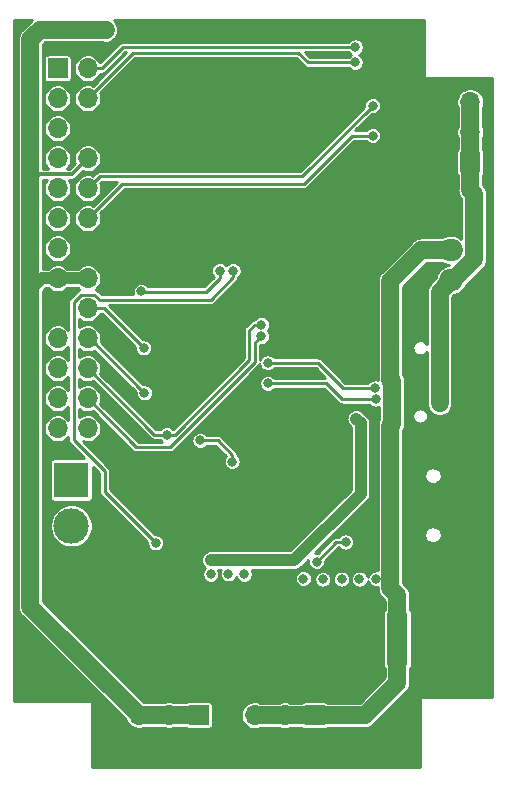
<source format=gbr>
G04 #@! TF.GenerationSoftware,KiCad,Pcbnew,5.1.5+dfsg1-2build2*
G04 #@! TF.CreationDate,2020-07-06T17:32:12+07:00*
G04 #@! TF.ProjectId,esp_wrover_open,6573705f-7772-46f7-9665-725f6f70656e,rev?*
G04 #@! TF.SameCoordinates,Original*
G04 #@! TF.FileFunction,Copper,L2,Bot*
G04 #@! TF.FilePolarity,Positive*
%FSLAX46Y46*%
G04 Gerber Fmt 4.6, Leading zero omitted, Abs format (unit mm)*
G04 Created by KiCad (PCBNEW 5.1.5+dfsg1-2build2) date 2020-07-06 17:32:12*
%MOMM*%
%LPD*%
G04 APERTURE LIST*
%ADD10C,3.000000*%
%ADD11R,3.000000X3.000000*%
%ADD12O,1.800000X1.150000*%
%ADD13O,2.000000X1.450000*%
%ADD14O,1.700000X1.700000*%
%ADD15R,1.700000X1.700000*%
%ADD16R,1.800000X4.400000*%
%ADD17O,1.800000X4.000000*%
%ADD18O,4.000000X1.800000*%
%ADD19O,2.100000X1.000000*%
%ADD20O,1.600000X1.000000*%
%ADD21O,2.000000X1.905000*%
%ADD22R,2.000000X1.905000*%
%ADD23C,0.400000*%
%ADD24C,0.800000*%
%ADD25C,0.250000*%
%ADD26C,1.500000*%
%ADD27C,0.300000*%
%ADD28C,1.000000*%
%ADD29C,0.254000*%
G04 APERTURE END LIST*
D10*
X56020000Y-86980000D03*
D11*
X56020000Y-83100000D03*
D12*
X89390000Y-81370000D03*
X89390000Y-89120000D03*
D13*
X85590000Y-81520000D03*
X85590000Y-88970000D03*
D14*
X57400000Y-78730000D03*
X54860000Y-78730000D03*
X57400000Y-76190000D03*
X54860000Y-76190000D03*
X57400000Y-73650000D03*
X54860000Y-73650000D03*
X57400000Y-71110000D03*
X54860000Y-71110000D03*
X57400000Y-68570000D03*
X54860000Y-68570000D03*
X57400000Y-66030000D03*
X54860000Y-66030000D03*
X57400000Y-63490000D03*
X54860000Y-63490000D03*
X57400000Y-60950000D03*
X54860000Y-60950000D03*
X57400000Y-58410000D03*
X54860000Y-58410000D03*
X57400000Y-55870000D03*
X54860000Y-55870000D03*
X57400000Y-53330000D03*
X54860000Y-53330000D03*
X57400000Y-50790000D03*
X54860000Y-50790000D03*
X57400000Y-48250000D03*
D15*
X54860000Y-48250000D03*
D16*
X83630000Y-96560000D03*
D17*
X89430000Y-96560000D03*
D18*
X86630000Y-91760000D03*
D14*
X87260000Y-51120000D03*
X89800000Y-51120000D03*
X87260000Y-53660000D03*
X89800000Y-53660000D03*
X87260000Y-56200000D03*
D15*
X89800000Y-56200000D03*
X76620000Y-103020000D03*
D14*
X76620000Y-105560000D03*
X74080000Y-103020000D03*
X74080000Y-105560000D03*
X71540000Y-103020000D03*
X71540000Y-105560000D03*
X61730000Y-105540000D03*
X61730000Y-103000000D03*
X64270000Y-105540000D03*
X64270000Y-103000000D03*
X66810000Y-105540000D03*
D15*
X66810000Y-103000000D03*
D19*
X85030000Y-70470000D03*
X85030000Y-79110000D03*
D20*
X89210000Y-79110000D03*
X89210000Y-70470000D03*
D21*
X88170000Y-66180000D03*
X88170000Y-63640000D03*
D22*
X88170000Y-61100000D03*
D23*
X53850000Y-92750000D03*
X53830000Y-92240000D03*
D24*
X72040000Y-53730000D03*
X72030000Y-52740000D03*
X72030000Y-51730000D03*
X75410000Y-50630000D03*
X74260000Y-50600000D03*
X73110000Y-50590000D03*
X72010000Y-50590000D03*
X64550000Y-66440000D03*
X64540000Y-65420000D03*
X63440000Y-66430000D03*
X63440000Y-65450000D03*
X59660000Y-50560000D03*
X60670000Y-50560000D03*
X61700000Y-50560000D03*
X62700000Y-50560000D03*
X63740000Y-50560000D03*
X59270000Y-55490000D03*
X59260000Y-56460000D03*
X60400000Y-55460000D03*
X60400000Y-56430000D03*
X61480000Y-55470000D03*
X61480000Y-56430000D03*
X62440000Y-55460000D03*
X64650000Y-55780000D03*
X63880000Y-56530000D03*
X58930000Y-58320000D03*
X60560000Y-58990000D03*
X61540000Y-58990000D03*
X59270000Y-60560000D03*
X59270000Y-61500000D03*
X60300000Y-60580000D03*
X60310000Y-61490000D03*
X61280000Y-60570000D03*
X59250000Y-88610000D03*
X60350000Y-88630000D03*
X61560000Y-88680000D03*
X61440000Y-84840000D03*
X62770000Y-84820000D03*
X61450000Y-83410000D03*
X63260000Y-82880000D03*
X71040000Y-68220000D03*
X72770000Y-67780000D03*
X73020000Y-66290000D03*
X74810000Y-65740000D03*
X75100000Y-64230000D03*
X76740000Y-63850000D03*
X76910000Y-62320000D03*
X78720000Y-61880000D03*
X78960000Y-60360000D03*
X80710000Y-59950000D03*
X80960000Y-58270000D03*
D23*
X63430000Y-79790000D03*
D24*
X59520000Y-52250000D03*
X59480000Y-53420000D03*
X60550000Y-53450000D03*
X61620000Y-53480000D03*
X62670000Y-53500000D03*
X60550000Y-52250000D03*
X61560000Y-52270000D03*
X62660000Y-52220000D03*
X63720000Y-52660000D03*
X80490000Y-63940000D03*
X81680000Y-63910000D03*
X81660000Y-64970000D03*
X81640000Y-65970000D03*
X81660000Y-66920000D03*
X81660000Y-67960000D03*
X80490000Y-64990000D03*
X80510000Y-66030000D03*
X80520000Y-67010000D03*
X80560000Y-68010000D03*
X79510000Y-66980000D03*
X79500000Y-65980000D03*
X79480000Y-64990000D03*
X79500000Y-67990000D03*
X78440000Y-67970000D03*
X78440000Y-66980000D03*
X78420000Y-66010000D03*
X77440000Y-67020000D03*
X77420000Y-67960000D03*
X76410000Y-67940000D03*
D23*
X72710000Y-77510000D03*
X73090000Y-77140000D03*
X73400000Y-76770000D03*
X81870000Y-74030000D03*
X81400000Y-74530000D03*
X81850000Y-73150000D03*
X73710000Y-88240000D03*
X81860000Y-89470000D03*
X64910000Y-48060000D03*
X76810000Y-47080000D03*
X77550000Y-47080000D03*
X78370000Y-47080000D03*
D24*
X64670000Y-63350000D03*
X87250000Y-58030000D03*
X86340000Y-58100000D03*
X86310000Y-59440000D03*
X86310000Y-60600000D03*
X88360000Y-58070000D03*
X87320000Y-59420000D03*
X88370000Y-59420000D03*
X86320000Y-61710000D03*
X86310000Y-65500000D03*
X68690000Y-105670000D03*
X69840000Y-105650000D03*
X68690000Y-102080000D03*
X68690000Y-103050000D03*
X68680000Y-104060000D03*
X69740000Y-102120000D03*
X69770000Y-103130000D03*
X69770000Y-104070000D03*
X85630000Y-94350000D03*
X85640000Y-95470000D03*
X85650000Y-98890000D03*
X85650000Y-97750000D03*
X85630000Y-96650000D03*
X68390000Y-98540000D03*
X69710000Y-98520000D03*
X87610000Y-80240000D03*
X91020000Y-80190000D03*
X55430000Y-91930000D03*
X56760000Y-91910000D03*
X62270000Y-91930000D03*
X63660000Y-91930000D03*
X62430000Y-100040000D03*
X63660000Y-100060000D03*
X55410000Y-100080000D03*
X56640000Y-100080000D03*
X62230000Y-73500000D03*
X74560000Y-77050000D03*
X75710000Y-77050000D03*
X76940000Y-77060000D03*
X78160000Y-77090000D03*
X68300000Y-44580000D03*
X69320000Y-44580000D03*
X70350000Y-44610000D03*
X71420000Y-44600000D03*
X72530000Y-44610000D03*
X73620000Y-44630000D03*
X74740000Y-44620000D03*
X75880000Y-44630000D03*
X77060000Y-44610000D03*
X78260000Y-44620000D03*
X79440000Y-44640000D03*
X80590000Y-44640000D03*
X81720000Y-44670000D03*
D23*
X59730000Y-64820000D03*
X60150000Y-64440000D03*
X60560000Y-64040000D03*
X60940000Y-63650000D03*
X61320000Y-63270000D03*
X64730000Y-59800000D03*
X64370000Y-60190000D03*
X63950000Y-60580000D03*
X63550000Y-60970000D03*
D24*
X61230000Y-78670000D03*
X68750000Y-48890000D03*
X68740000Y-50070000D03*
X68740000Y-51290000D03*
X68750000Y-52550000D03*
X68750000Y-53780000D03*
D23*
X69170000Y-64110000D03*
X69170000Y-63490000D03*
X69170000Y-62870000D03*
X69170000Y-62230000D03*
X69150000Y-58810000D03*
X69150000Y-59400000D03*
X69160000Y-60070000D03*
X69170000Y-60720000D03*
X64810000Y-78220000D03*
X65220000Y-77820000D03*
X65690000Y-77410000D03*
X67170000Y-75940000D03*
X66710000Y-76450000D03*
X66210000Y-76890000D03*
X65530000Y-80070000D03*
X66070000Y-80070000D03*
X66940000Y-78690000D03*
X67450000Y-78680000D03*
X67950000Y-78670000D03*
X70400000Y-76180000D03*
X71000000Y-76180000D03*
X71620000Y-76170000D03*
X72290000Y-76170000D03*
X71980000Y-73810000D03*
X72000000Y-74320000D03*
X73300000Y-74040000D03*
X72960000Y-75780000D03*
X67460000Y-78100000D03*
X67990000Y-78080000D03*
X67980000Y-77510000D03*
X68040000Y-85550000D03*
X68590000Y-85530000D03*
X69160000Y-85530000D03*
X68040000Y-85020000D03*
X67990000Y-84420000D03*
X68570000Y-84980000D03*
X67860000Y-80680000D03*
X67860000Y-81330000D03*
X85670000Y-48550000D03*
X85660000Y-48020000D03*
X85660000Y-47470000D03*
X85670000Y-46920000D03*
X85670000Y-46370000D03*
X85670000Y-45810000D03*
X85660000Y-45250000D03*
X85660000Y-44720000D03*
X86200000Y-49300000D03*
X86780000Y-49300000D03*
X87440000Y-49300000D03*
X88090000Y-49290000D03*
X88780000Y-49290000D03*
X89500000Y-49290000D03*
X90210000Y-49280000D03*
X90900000Y-49290000D03*
X91510000Y-49300000D03*
X85310000Y-107160000D03*
X85310000Y-106600000D03*
X85310000Y-106030000D03*
X85300000Y-105430000D03*
X85310000Y-104850000D03*
X85300000Y-104290000D03*
X85300000Y-103660000D03*
X85290000Y-103010000D03*
X85300000Y-102350000D03*
X85290000Y-101630000D03*
X85820000Y-101230000D03*
X86450000Y-101220000D03*
X87100000Y-101220000D03*
X87740000Y-101230000D03*
X88350000Y-101230000D03*
X88940000Y-101230000D03*
X89530000Y-101230000D03*
X90090000Y-101220000D03*
X90670000Y-101220000D03*
X91270000Y-101200000D03*
X51330000Y-101620000D03*
X51940000Y-101610000D03*
X52600000Y-101610000D03*
X53230000Y-101620000D03*
X53860000Y-101620000D03*
X54460000Y-101610000D03*
X55020000Y-101590000D03*
X55620000Y-101590000D03*
X56230000Y-101590000D03*
X56830000Y-101590000D03*
X57460000Y-101600000D03*
X58020000Y-102150000D03*
X58010000Y-101600000D03*
X58030000Y-102680000D03*
X58040000Y-103230000D03*
X58050000Y-103780000D03*
X58070000Y-104350000D03*
X58080000Y-104890000D03*
X58090000Y-105430000D03*
X58090000Y-105990000D03*
X58090000Y-106530000D03*
X58100000Y-107050000D03*
X51290000Y-44320000D03*
X51790000Y-44320000D03*
X52290000Y-44310000D03*
X51300000Y-44850000D03*
X51310000Y-45380000D03*
X51320000Y-45940000D03*
X51330000Y-46480000D03*
X51340000Y-47020000D03*
X51300000Y-93740000D03*
X51290000Y-93220000D03*
X51310000Y-94260000D03*
X51640000Y-94770000D03*
X52080000Y-95180000D03*
X52500000Y-95580000D03*
X53870000Y-93260000D03*
X54300000Y-93650000D03*
X54730000Y-94020000D03*
D24*
X63175000Y-88425000D03*
X69710000Y-65380000D03*
X64120000Y-79250000D03*
X72120000Y-69950001D03*
X80410000Y-91490000D03*
X78900000Y-91490000D03*
X77320000Y-91500000D03*
X75670000Y-91450000D03*
X83050000Y-88970000D03*
X83029990Y-84400010D03*
X83029990Y-85430010D03*
X83630000Y-93420000D03*
X83029990Y-91500010D03*
X81840000Y-91470000D03*
X58890000Y-45010020D03*
X57874990Y-44975010D03*
X56784990Y-44975010D03*
X69320000Y-89870000D03*
X70660000Y-89870000D03*
X67850000Y-89870000D03*
X70660000Y-91080000D03*
X69320000Y-91050000D03*
X67830000Y-91080000D03*
X80140000Y-77920000D03*
X80510000Y-79190000D03*
X52559999Y-78770001D03*
X52559999Y-77570001D03*
X52559999Y-76400001D03*
X52559999Y-75260001D03*
X52559999Y-80030001D03*
X76789990Y-90020010D03*
X79260000Y-88350000D03*
X72670000Y-74910000D03*
X81790000Y-76260000D03*
X72670000Y-73180000D03*
X81740000Y-75300000D03*
X81530000Y-53950000D03*
X81530000Y-51410000D03*
X80060000Y-46440000D03*
X80060000Y-47730000D03*
X62155000Y-71915000D03*
X62205000Y-75725000D03*
X69640000Y-81540000D03*
X66920000Y-79750000D03*
X72120000Y-70940000D03*
X87200000Y-76620000D03*
X87200000Y-75630000D03*
X87200000Y-74650000D03*
X87200000Y-73530000D03*
X87200000Y-72430000D03*
X68580000Y-65380000D03*
X61950000Y-67120000D03*
D25*
X58840000Y-84090000D02*
X63175000Y-88425000D01*
X56835999Y-67394999D02*
X56224999Y-68005999D01*
X57964001Y-67394999D02*
X56835999Y-67394999D01*
X58414003Y-67845001D02*
X57964001Y-67394999D01*
X56224999Y-79719997D02*
X58840000Y-82334998D01*
X67810684Y-67845001D02*
X58414003Y-67845001D01*
X69710000Y-65945685D02*
X67810684Y-67845001D01*
X58840000Y-82334998D02*
X58840000Y-84090000D01*
X56224999Y-68005999D02*
X56224999Y-79719997D01*
X69710000Y-65380000D02*
X69710000Y-65945685D01*
X63000000Y-79250000D02*
X57400000Y-73650000D01*
X64120000Y-79250000D02*
X63000000Y-79250000D01*
X71554315Y-69950001D02*
X72120000Y-69950001D01*
X71090000Y-70414316D02*
X71554315Y-69950001D01*
X71090000Y-72940000D02*
X71090000Y-70414316D01*
X64780000Y-79250000D02*
X71090000Y-72940000D01*
X64120000Y-79250000D02*
X64780000Y-79250000D01*
D26*
X83630000Y-92860000D02*
X83630000Y-93420000D01*
X83029990Y-92259990D02*
X83210000Y-92440000D01*
X83029990Y-78509387D02*
X83029990Y-84400010D01*
X83180000Y-78359377D02*
X83029990Y-78509387D01*
X83180000Y-74741998D02*
X83180000Y-78359377D01*
X83029990Y-74591988D02*
X83180000Y-74741998D01*
X83029990Y-66280010D02*
X83029990Y-74591988D01*
X85670000Y-63640000D02*
X83029990Y-66280010D01*
X88170000Y-63640000D02*
X85670000Y-63640000D01*
X80870000Y-103020000D02*
X71540000Y-103020000D01*
X83630000Y-100260000D02*
X80870000Y-103020000D01*
X83630000Y-96560000D02*
X83630000Y-100260000D01*
X83029990Y-84400010D02*
X83029990Y-85430010D01*
X83029990Y-85430010D02*
X83029990Y-91500010D01*
X83630000Y-93420000D02*
X83630000Y-96560000D01*
X83029990Y-91500010D02*
X83029990Y-92259990D01*
X83210000Y-92440000D02*
X83630000Y-92860000D01*
X66810000Y-103000000D02*
X61730000Y-103000000D01*
X61730000Y-103000000D02*
X52559999Y-93829999D01*
X52559999Y-45800001D02*
X53384990Y-44975010D01*
X53384990Y-44975010D02*
X56784990Y-44975010D01*
X58925010Y-44975010D02*
X58890000Y-45010020D01*
X58890000Y-45010020D02*
X58890000Y-45010020D01*
X57874990Y-44975010D02*
X58925010Y-44975010D01*
X56784990Y-44975010D02*
X57874990Y-44975010D01*
D27*
X56550001Y-56719999D02*
X57400000Y-55870000D01*
X56060001Y-57209999D02*
X56550001Y-56719999D01*
X53399999Y-57209999D02*
X56060001Y-57209999D01*
X52559999Y-58049999D02*
X53399999Y-57209999D01*
D26*
X52559999Y-58049999D02*
X52559999Y-45800001D01*
D28*
X53549998Y-66030000D02*
X54860000Y-66030000D01*
X52559999Y-67019999D02*
X53549998Y-66030000D01*
D26*
X52559999Y-93829999D02*
X52559999Y-80030001D01*
X52559999Y-67019999D02*
X52559999Y-58049999D01*
D28*
X54860000Y-66030000D02*
X57400000Y-66030000D01*
X67850000Y-89870000D02*
X74900000Y-89870000D01*
X74900000Y-89870000D02*
X80510000Y-84260000D01*
X80510000Y-84260000D02*
X80510000Y-79190000D01*
X80510000Y-78290000D02*
X80140000Y-77920000D01*
X80510000Y-79190000D02*
X80510000Y-78290000D01*
D26*
X52559999Y-78770001D02*
X52559999Y-77570001D01*
X52559999Y-77570001D02*
X52559999Y-76400001D01*
X52559999Y-76400001D02*
X52559999Y-75260001D01*
X52559999Y-75260001D02*
X52559999Y-67019999D01*
X52559999Y-80030001D02*
X52559999Y-78770001D01*
D25*
X78460000Y-88350000D02*
X79260000Y-88350000D01*
X76789990Y-90020010D02*
X78460000Y-88350000D01*
X81790000Y-76260000D02*
X81790000Y-76260000D01*
X81790000Y-76260000D02*
X78920000Y-76260000D01*
X77570000Y-74910000D02*
X72670000Y-74910000D01*
X78920000Y-76260000D02*
X77570000Y-74910000D01*
X79010000Y-75300000D02*
X81740000Y-75300000D01*
X81740000Y-75300000D02*
X81860000Y-75300000D01*
X76890000Y-73180000D02*
X79010000Y-75300000D01*
X72670000Y-73180000D02*
X76890000Y-73180000D01*
X60339989Y-58010011D02*
X57400000Y-60950000D01*
X75736399Y-58010011D02*
X60339989Y-58010011D01*
X79796410Y-53950000D02*
X75736399Y-58010011D01*
X81530000Y-53950000D02*
X79796410Y-53950000D01*
X57400000Y-58410000D02*
X58249999Y-57560001D01*
X75549999Y-57390001D02*
X81530000Y-51410000D01*
X58419999Y-57390001D02*
X58249999Y-57560001D01*
X75549999Y-57390001D02*
X58419999Y-57390001D01*
X81530000Y-51410000D02*
X81530000Y-51410000D01*
X58602081Y-48250000D02*
X60412081Y-46440000D01*
X57400000Y-48250000D02*
X58602081Y-48250000D01*
X60412081Y-46440000D02*
X80060000Y-46440000D01*
X80060000Y-46440000D02*
X80060000Y-46440000D01*
X57400000Y-50790000D02*
X61250000Y-46940000D01*
X75230000Y-46940000D02*
X76020000Y-47730000D01*
X61250000Y-46940000D02*
X75230000Y-46940000D01*
X79940000Y-47730000D02*
X79940000Y-47730000D01*
X79430000Y-47730000D02*
X80060000Y-47730000D01*
X76020000Y-47730000D02*
X79430000Y-47730000D01*
X58810000Y-68570000D02*
X57400000Y-68570000D01*
X62155000Y-71915000D02*
X58810000Y-68570000D01*
X57590000Y-71110000D02*
X57400000Y-71110000D01*
X62205000Y-75725000D02*
X57590000Y-71110000D01*
X69640000Y-80974315D02*
X68415685Y-79750000D01*
X69640000Y-81540000D02*
X69640000Y-80974315D01*
X68415685Y-79750000D02*
X67410000Y-79750000D01*
X67410000Y-79750000D02*
X66920000Y-79750000D01*
X66920000Y-79750000D02*
X66920000Y-79750000D01*
X72120000Y-70940000D02*
X72120000Y-70940000D01*
X61502920Y-80292920D02*
X57400000Y-76190000D01*
X72120000Y-70940000D02*
X71540010Y-71519990D01*
X71540010Y-71519990D02*
X71540009Y-73126401D01*
X61525001Y-80315001D02*
X61502920Y-80292920D01*
X64351409Y-80315001D02*
X61525001Y-80315001D01*
X71540009Y-73126401D02*
X64351409Y-80315001D01*
D26*
X89800000Y-51120000D02*
X89800000Y-56200000D01*
X88368055Y-66180000D02*
X88170000Y-66180000D01*
X90120010Y-64428045D02*
X88368055Y-66180000D01*
X89800000Y-58550000D02*
X90120010Y-58870010D01*
X90120010Y-58870010D02*
X90120010Y-64428045D01*
X89800000Y-56200000D02*
X89800000Y-58550000D01*
X87200000Y-67150000D02*
X87200000Y-76620000D01*
X88170000Y-66180000D02*
X87200000Y-67150000D01*
D25*
X61995001Y-67165001D02*
X67444999Y-67165001D01*
X61950000Y-67120000D02*
X61995001Y-67165001D01*
X68580000Y-66030000D02*
X68580000Y-65380000D01*
X67444999Y-67165001D02*
X68580000Y-66030000D01*
D29*
G36*
X52619751Y-44209771D02*
G01*
X52586021Y-44250871D01*
X51835860Y-45001033D01*
X51794761Y-45034762D01*
X51669767Y-45187068D01*
X51660174Y-45198757D01*
X51560167Y-45385857D01*
X51498583Y-45588872D01*
X51477788Y-45800001D01*
X51483000Y-45852918D01*
X51482999Y-58102907D01*
X51483000Y-58102917D01*
X51482999Y-67072907D01*
X51483000Y-67072917D01*
X51482999Y-75207092D01*
X51482999Y-80082909D01*
X51483000Y-80082919D01*
X51482999Y-93777092D01*
X51477788Y-93829999D01*
X51482999Y-93882906D01*
X51482999Y-93882907D01*
X51498582Y-94041127D01*
X51560166Y-94244142D01*
X51660173Y-94431243D01*
X51794760Y-94595238D01*
X51835865Y-94628972D01*
X60632187Y-103425295D01*
X60686956Y-103557519D01*
X60815764Y-103750294D01*
X60979706Y-103914236D01*
X61172481Y-104043044D01*
X61386682Y-104131769D01*
X61614076Y-104177000D01*
X61845924Y-104177000D01*
X62073318Y-104131769D01*
X62205542Y-104077000D01*
X63794458Y-104077000D01*
X63926682Y-104131769D01*
X64154076Y-104177000D01*
X64385924Y-104177000D01*
X64613318Y-104131769D01*
X64745542Y-104077000D01*
X65723272Y-104077000D01*
X65727657Y-104082343D01*
X65777450Y-104123206D01*
X65834257Y-104153570D01*
X65895897Y-104172268D01*
X65960000Y-104178582D01*
X67660000Y-104178582D01*
X67724103Y-104172268D01*
X67785743Y-104153570D01*
X67842550Y-104123206D01*
X67892343Y-104082343D01*
X67933206Y-104032550D01*
X67963570Y-103975743D01*
X67982268Y-103914103D01*
X67988582Y-103850000D01*
X67988582Y-102150000D01*
X67982268Y-102085897D01*
X67963570Y-102024257D01*
X67933206Y-101967450D01*
X67892343Y-101917657D01*
X67842550Y-101876794D01*
X67785743Y-101846430D01*
X67724103Y-101827732D01*
X67660000Y-101821418D01*
X65960000Y-101821418D01*
X65895897Y-101827732D01*
X65834257Y-101846430D01*
X65777450Y-101876794D01*
X65727657Y-101917657D01*
X65723272Y-101923000D01*
X64745542Y-101923000D01*
X64613318Y-101868231D01*
X64385924Y-101823000D01*
X64154076Y-101823000D01*
X63926682Y-101868231D01*
X63794458Y-101923000D01*
X62205542Y-101923000D01*
X62155295Y-101902187D01*
X53636999Y-93383892D01*
X53636999Y-89870000D01*
X67018999Y-89870000D01*
X67034966Y-90032120D01*
X67082255Y-90188010D01*
X67159048Y-90331679D01*
X67262394Y-90457606D01*
X67351298Y-90530568D01*
X67265302Y-90616564D01*
X67185741Y-90735636D01*
X67130938Y-90867942D01*
X67103000Y-91008397D01*
X67103000Y-91151603D01*
X67130938Y-91292058D01*
X67185741Y-91424364D01*
X67265302Y-91543436D01*
X67366564Y-91644698D01*
X67485636Y-91724259D01*
X67617942Y-91779062D01*
X67758397Y-91807000D01*
X67901603Y-91807000D01*
X68042058Y-91779062D01*
X68174364Y-91724259D01*
X68293436Y-91644698D01*
X68394698Y-91543436D01*
X68474259Y-91424364D01*
X68529062Y-91292058D01*
X68557000Y-91151603D01*
X68557000Y-91008397D01*
X68529062Y-90867942D01*
X68474259Y-90735636D01*
X68448443Y-90697000D01*
X68681511Y-90697000D01*
X68675741Y-90705636D01*
X68620938Y-90837942D01*
X68593000Y-90978397D01*
X68593000Y-91121603D01*
X68620938Y-91262058D01*
X68675741Y-91394364D01*
X68755302Y-91513436D01*
X68856564Y-91614698D01*
X68975636Y-91694259D01*
X69107942Y-91749062D01*
X69248397Y-91777000D01*
X69391603Y-91777000D01*
X69532058Y-91749062D01*
X69664364Y-91694259D01*
X69783436Y-91614698D01*
X69884698Y-91513436D01*
X69964259Y-91394364D01*
X69983787Y-91347220D01*
X70015741Y-91424364D01*
X70095302Y-91543436D01*
X70196564Y-91644698D01*
X70315636Y-91724259D01*
X70447942Y-91779062D01*
X70588397Y-91807000D01*
X70731603Y-91807000D01*
X70872058Y-91779062D01*
X71004364Y-91724259D01*
X71123436Y-91644698D01*
X71224698Y-91543436D01*
X71304259Y-91424364D01*
X71323299Y-91378397D01*
X74943000Y-91378397D01*
X74943000Y-91521603D01*
X74970938Y-91662058D01*
X75025741Y-91794364D01*
X75105302Y-91913436D01*
X75206564Y-92014698D01*
X75325636Y-92094259D01*
X75457942Y-92149062D01*
X75598397Y-92177000D01*
X75741603Y-92177000D01*
X75882058Y-92149062D01*
X76014364Y-92094259D01*
X76133436Y-92014698D01*
X76234698Y-91913436D01*
X76314259Y-91794364D01*
X76369062Y-91662058D01*
X76397000Y-91521603D01*
X76397000Y-91428397D01*
X76593000Y-91428397D01*
X76593000Y-91571603D01*
X76620938Y-91712058D01*
X76675741Y-91844364D01*
X76755302Y-91963436D01*
X76856564Y-92064698D01*
X76975636Y-92144259D01*
X77107942Y-92199062D01*
X77248397Y-92227000D01*
X77391603Y-92227000D01*
X77532058Y-92199062D01*
X77664364Y-92144259D01*
X77783436Y-92064698D01*
X77884698Y-91963436D01*
X77964259Y-91844364D01*
X78019062Y-91712058D01*
X78047000Y-91571603D01*
X78047000Y-91428397D01*
X78045011Y-91418397D01*
X78173000Y-91418397D01*
X78173000Y-91561603D01*
X78200938Y-91702058D01*
X78255741Y-91834364D01*
X78335302Y-91953436D01*
X78436564Y-92054698D01*
X78555636Y-92134259D01*
X78687942Y-92189062D01*
X78828397Y-92217000D01*
X78971603Y-92217000D01*
X79112058Y-92189062D01*
X79244364Y-92134259D01*
X79363436Y-92054698D01*
X79464698Y-91953436D01*
X79544259Y-91834364D01*
X79599062Y-91702058D01*
X79627000Y-91561603D01*
X79627000Y-91418397D01*
X79599062Y-91277942D01*
X79544259Y-91145636D01*
X79464698Y-91026564D01*
X79363436Y-90925302D01*
X79244364Y-90845741D01*
X79112058Y-90790938D01*
X78971603Y-90763000D01*
X78828397Y-90763000D01*
X78687942Y-90790938D01*
X78555636Y-90845741D01*
X78436564Y-90925302D01*
X78335302Y-91026564D01*
X78255741Y-91145636D01*
X78200938Y-91277942D01*
X78173000Y-91418397D01*
X78045011Y-91418397D01*
X78019062Y-91287942D01*
X77964259Y-91155636D01*
X77884698Y-91036564D01*
X77783436Y-90935302D01*
X77664364Y-90855741D01*
X77532058Y-90800938D01*
X77391603Y-90773000D01*
X77248397Y-90773000D01*
X77107942Y-90800938D01*
X76975636Y-90855741D01*
X76856564Y-90935302D01*
X76755302Y-91036564D01*
X76675741Y-91155636D01*
X76620938Y-91287942D01*
X76593000Y-91428397D01*
X76397000Y-91428397D01*
X76397000Y-91378397D01*
X76369062Y-91237942D01*
X76314259Y-91105636D01*
X76234698Y-90986564D01*
X76133436Y-90885302D01*
X76014364Y-90805741D01*
X75882058Y-90750938D01*
X75741603Y-90723000D01*
X75598397Y-90723000D01*
X75457942Y-90750938D01*
X75325636Y-90805741D01*
X75206564Y-90885302D01*
X75105302Y-90986564D01*
X75025741Y-91105636D01*
X74970938Y-91237942D01*
X74943000Y-91378397D01*
X71323299Y-91378397D01*
X71359062Y-91292058D01*
X71387000Y-91151603D01*
X71387000Y-91008397D01*
X71359062Y-90867942D01*
X71304259Y-90735636D01*
X71278443Y-90697000D01*
X74859386Y-90697000D01*
X74900000Y-90701000D01*
X74940614Y-90697000D01*
X74940624Y-90697000D01*
X75062120Y-90685034D01*
X75218010Y-90637745D01*
X75361679Y-90560952D01*
X75487606Y-90457606D01*
X75513505Y-90426048D01*
X76080829Y-89858724D01*
X76062990Y-89948407D01*
X76062990Y-90091613D01*
X76090928Y-90232068D01*
X76145731Y-90364374D01*
X76225292Y-90483446D01*
X76326554Y-90584708D01*
X76445626Y-90664269D01*
X76577932Y-90719072D01*
X76718387Y-90747010D01*
X76861593Y-90747010D01*
X77002048Y-90719072D01*
X77134354Y-90664269D01*
X77253426Y-90584708D01*
X77354688Y-90483446D01*
X77434249Y-90364374D01*
X77489052Y-90232068D01*
X77516990Y-90091613D01*
X77516990Y-89948407D01*
X77514307Y-89934917D01*
X78647224Y-88802000D01*
X78687661Y-88802000D01*
X78695302Y-88813436D01*
X78796564Y-88914698D01*
X78915636Y-88994259D01*
X79047942Y-89049062D01*
X79188397Y-89077000D01*
X79331603Y-89077000D01*
X79472058Y-89049062D01*
X79604364Y-88994259D01*
X79723436Y-88914698D01*
X79824698Y-88813436D01*
X79904259Y-88694364D01*
X79959062Y-88562058D01*
X79987000Y-88421603D01*
X79987000Y-88278397D01*
X79959062Y-88137942D01*
X79904259Y-88005636D01*
X79824698Y-87886564D01*
X79723436Y-87785302D01*
X79604364Y-87705741D01*
X79472058Y-87650938D01*
X79331603Y-87623000D01*
X79188397Y-87623000D01*
X79047942Y-87650938D01*
X78915636Y-87705741D01*
X78796564Y-87785302D01*
X78695302Y-87886564D01*
X78687661Y-87898000D01*
X78482205Y-87898000D01*
X78460000Y-87895813D01*
X78371392Y-87904540D01*
X78286190Y-87930386D01*
X78207667Y-87972357D01*
X78138841Y-88028841D01*
X78124681Y-88046095D01*
X76875083Y-89295693D01*
X76861593Y-89293010D01*
X76718387Y-89293010D01*
X76628704Y-89310849D01*
X81066054Y-84873500D01*
X81097606Y-84847606D01*
X81123502Y-84816052D01*
X81200952Y-84721680D01*
X81241998Y-84644887D01*
X81277745Y-84578010D01*
X81325034Y-84422120D01*
X81337000Y-84300624D01*
X81337000Y-84300615D01*
X81341000Y-84260001D01*
X81337000Y-84219387D01*
X81337000Y-78330613D01*
X81341000Y-78289999D01*
X81337000Y-78249385D01*
X81337000Y-78249376D01*
X81325034Y-78127880D01*
X81277745Y-77971990D01*
X81200952Y-77828321D01*
X81097606Y-77702394D01*
X81066048Y-77676495D01*
X80696051Y-77306498D01*
X80601679Y-77229048D01*
X80458010Y-77152256D01*
X80302120Y-77104967D01*
X80140000Y-77089000D01*
X79977880Y-77104967D01*
X79821990Y-77152256D01*
X79678321Y-77229048D01*
X79552394Y-77332394D01*
X79449048Y-77458321D01*
X79372256Y-77601990D01*
X79324967Y-77757880D01*
X79309000Y-77920000D01*
X79324967Y-78082120D01*
X79372256Y-78238010D01*
X79449048Y-78381679D01*
X79526498Y-78476051D01*
X79683000Y-78632553D01*
X79683000Y-79230623D01*
X79683001Y-79230633D01*
X79683000Y-83917446D01*
X74557447Y-89043000D01*
X67809376Y-89043000D01*
X67687880Y-89054966D01*
X67531990Y-89102255D01*
X67388321Y-89179048D01*
X67262394Y-89282394D01*
X67159048Y-89408321D01*
X67082255Y-89551990D01*
X67034966Y-89707880D01*
X67018999Y-89870000D01*
X53636999Y-89870000D01*
X53636999Y-86800056D01*
X54193000Y-86800056D01*
X54193000Y-87159944D01*
X54263211Y-87512916D01*
X54400934Y-87845409D01*
X54600876Y-88144645D01*
X54855355Y-88399124D01*
X55154591Y-88599066D01*
X55487084Y-88736789D01*
X55840056Y-88807000D01*
X56199944Y-88807000D01*
X56552916Y-88736789D01*
X56885409Y-88599066D01*
X57184645Y-88399124D01*
X57439124Y-88144645D01*
X57639066Y-87845409D01*
X57776789Y-87512916D01*
X57847000Y-87159944D01*
X57847000Y-86800056D01*
X57776789Y-86447084D01*
X57639066Y-86114591D01*
X57439124Y-85815355D01*
X57184645Y-85560876D01*
X56885409Y-85360934D01*
X56552916Y-85223211D01*
X56199944Y-85153000D01*
X55840056Y-85153000D01*
X55487084Y-85223211D01*
X55154591Y-85360934D01*
X54855355Y-85560876D01*
X54600876Y-85815355D01*
X54400934Y-86114591D01*
X54263211Y-86447084D01*
X54193000Y-86800056D01*
X53636999Y-86800056D01*
X53636999Y-67112552D01*
X53892552Y-66857000D01*
X54022470Y-66857000D01*
X54109706Y-66944236D01*
X54302481Y-67073044D01*
X54516682Y-67161769D01*
X54744076Y-67207000D01*
X54975924Y-67207000D01*
X55203318Y-67161769D01*
X55417519Y-67073044D01*
X55610294Y-66944236D01*
X55697530Y-66857000D01*
X56562470Y-66857000D01*
X56649706Y-66944236D01*
X56685666Y-66968263D01*
X56662189Y-66975385D01*
X56583666Y-67017356D01*
X56514840Y-67073840D01*
X56500684Y-67091089D01*
X55921099Y-67670676D01*
X55903840Y-67684840D01*
X55847356Y-67753667D01*
X55841695Y-67764259D01*
X55805385Y-67832190D01*
X55779539Y-67917392D01*
X55770812Y-68005999D01*
X55772999Y-68028204D01*
X55772999Y-70358469D01*
X55610294Y-70195764D01*
X55417519Y-70066956D01*
X55203318Y-69978231D01*
X54975924Y-69933000D01*
X54744076Y-69933000D01*
X54516682Y-69978231D01*
X54302481Y-70066956D01*
X54109706Y-70195764D01*
X53945764Y-70359706D01*
X53816956Y-70552481D01*
X53728231Y-70766682D01*
X53683000Y-70994076D01*
X53683000Y-71225924D01*
X53728231Y-71453318D01*
X53816956Y-71667519D01*
X53945764Y-71860294D01*
X54109706Y-72024236D01*
X54302481Y-72153044D01*
X54516682Y-72241769D01*
X54744076Y-72287000D01*
X54975924Y-72287000D01*
X55203318Y-72241769D01*
X55417519Y-72153044D01*
X55610294Y-72024236D01*
X55772999Y-71861531D01*
X55772999Y-72898469D01*
X55610294Y-72735764D01*
X55417519Y-72606956D01*
X55203318Y-72518231D01*
X54975924Y-72473000D01*
X54744076Y-72473000D01*
X54516682Y-72518231D01*
X54302481Y-72606956D01*
X54109706Y-72735764D01*
X53945764Y-72899706D01*
X53816956Y-73092481D01*
X53728231Y-73306682D01*
X53683000Y-73534076D01*
X53683000Y-73765924D01*
X53728231Y-73993318D01*
X53816956Y-74207519D01*
X53945764Y-74400294D01*
X54109706Y-74564236D01*
X54302481Y-74693044D01*
X54516682Y-74781769D01*
X54744076Y-74827000D01*
X54975924Y-74827000D01*
X55203318Y-74781769D01*
X55417519Y-74693044D01*
X55610294Y-74564236D01*
X55773000Y-74401530D01*
X55773000Y-75438470D01*
X55610294Y-75275764D01*
X55417519Y-75146956D01*
X55203318Y-75058231D01*
X54975924Y-75013000D01*
X54744076Y-75013000D01*
X54516682Y-75058231D01*
X54302481Y-75146956D01*
X54109706Y-75275764D01*
X53945764Y-75439706D01*
X53816956Y-75632481D01*
X53728231Y-75846682D01*
X53683000Y-76074076D01*
X53683000Y-76305924D01*
X53728231Y-76533318D01*
X53816956Y-76747519D01*
X53945764Y-76940294D01*
X54109706Y-77104236D01*
X54302481Y-77233044D01*
X54516682Y-77321769D01*
X54744076Y-77367000D01*
X54975924Y-77367000D01*
X55203318Y-77321769D01*
X55417519Y-77233044D01*
X55610294Y-77104236D01*
X55773000Y-76941530D01*
X55773000Y-77978470D01*
X55610294Y-77815764D01*
X55417519Y-77686956D01*
X55203318Y-77598231D01*
X54975924Y-77553000D01*
X54744076Y-77553000D01*
X54516682Y-77598231D01*
X54302481Y-77686956D01*
X54109706Y-77815764D01*
X53945764Y-77979706D01*
X53816956Y-78172481D01*
X53728231Y-78386682D01*
X53683000Y-78614076D01*
X53683000Y-78845924D01*
X53728231Y-79073318D01*
X53816956Y-79287519D01*
X53945764Y-79480294D01*
X54109706Y-79644236D01*
X54302481Y-79773044D01*
X54516682Y-79861769D01*
X54744076Y-79907000D01*
X54975924Y-79907000D01*
X55203318Y-79861769D01*
X55417519Y-79773044D01*
X55610294Y-79644236D01*
X55773000Y-79481530D01*
X55773000Y-79697782D01*
X55770812Y-79719997D01*
X55779539Y-79808604D01*
X55805385Y-79893806D01*
X55847053Y-79971762D01*
X55847357Y-79972330D01*
X55903841Y-80041156D01*
X55921095Y-80055316D01*
X57137197Y-81271418D01*
X54520000Y-81271418D01*
X54455897Y-81277732D01*
X54394257Y-81296430D01*
X54337450Y-81326794D01*
X54287657Y-81367657D01*
X54246794Y-81417450D01*
X54216430Y-81474257D01*
X54197732Y-81535897D01*
X54191418Y-81600000D01*
X54191418Y-84600000D01*
X54197732Y-84664103D01*
X54216430Y-84725743D01*
X54246794Y-84782550D01*
X54287657Y-84832343D01*
X54337450Y-84873206D01*
X54394257Y-84903570D01*
X54455897Y-84922268D01*
X54520000Y-84928582D01*
X57520000Y-84928582D01*
X57584103Y-84922268D01*
X57645743Y-84903570D01*
X57702550Y-84873206D01*
X57752343Y-84832343D01*
X57793206Y-84782550D01*
X57823570Y-84725743D01*
X57842268Y-84664103D01*
X57848582Y-84600000D01*
X57848582Y-81982804D01*
X58388000Y-82522222D01*
X58388001Y-84067785D01*
X58385813Y-84090000D01*
X58394540Y-84178607D01*
X58420386Y-84263809D01*
X58420387Y-84263810D01*
X58462358Y-84342333D01*
X58518842Y-84411159D01*
X58536096Y-84425319D01*
X62450683Y-88339907D01*
X62448000Y-88353397D01*
X62448000Y-88496603D01*
X62475938Y-88637058D01*
X62530741Y-88769364D01*
X62610302Y-88888436D01*
X62711564Y-88989698D01*
X62830636Y-89069259D01*
X62962942Y-89124062D01*
X63103397Y-89152000D01*
X63246603Y-89152000D01*
X63387058Y-89124062D01*
X63519364Y-89069259D01*
X63638436Y-88989698D01*
X63739698Y-88888436D01*
X63819259Y-88769364D01*
X63874062Y-88637058D01*
X63902000Y-88496603D01*
X63902000Y-88353397D01*
X63874062Y-88212942D01*
X63819259Y-88080636D01*
X63739698Y-87961564D01*
X63638436Y-87860302D01*
X63519364Y-87780741D01*
X63387058Y-87725938D01*
X63246603Y-87698000D01*
X63103397Y-87698000D01*
X63089907Y-87700683D01*
X59292000Y-83902777D01*
X59292000Y-82357203D01*
X59294187Y-82334998D01*
X59285460Y-82246390D01*
X59259614Y-82161188D01*
X59217643Y-82082665D01*
X59161159Y-82013839D01*
X59143906Y-81999680D01*
X56970152Y-79825927D01*
X57056682Y-79861769D01*
X57284076Y-79907000D01*
X57515924Y-79907000D01*
X57743318Y-79861769D01*
X57957519Y-79773044D01*
X58150294Y-79644236D01*
X58314236Y-79480294D01*
X58443044Y-79287519D01*
X58531769Y-79073318D01*
X58577000Y-78845924D01*
X58577000Y-78614076D01*
X58531769Y-78386682D01*
X58443044Y-78172481D01*
X58314236Y-77979706D01*
X58150294Y-77815764D01*
X57957519Y-77686956D01*
X57743318Y-77598231D01*
X57515924Y-77553000D01*
X57284076Y-77553000D01*
X57056682Y-77598231D01*
X56842481Y-77686956D01*
X56676999Y-77797527D01*
X56676999Y-77122473D01*
X56842481Y-77233044D01*
X57056682Y-77321769D01*
X57284076Y-77367000D01*
X57515924Y-77367000D01*
X57743318Y-77321769D01*
X57848838Y-77278061D01*
X61189687Y-80618912D01*
X61203842Y-80636160D01*
X61272668Y-80692644D01*
X61351191Y-80734615D01*
X61424988Y-80757001D01*
X61436394Y-80760461D01*
X61525000Y-80769188D01*
X61547205Y-80767001D01*
X64329204Y-80767001D01*
X64351409Y-80769188D01*
X64373614Y-80767001D01*
X64440016Y-80760461D01*
X64525219Y-80734615D01*
X64603742Y-80692644D01*
X64672568Y-80636160D01*
X64686732Y-80618901D01*
X65627236Y-79678397D01*
X66193000Y-79678397D01*
X66193000Y-79821603D01*
X66220938Y-79962058D01*
X66275741Y-80094364D01*
X66355302Y-80213436D01*
X66456564Y-80314698D01*
X66575636Y-80394259D01*
X66707942Y-80449062D01*
X66848397Y-80477000D01*
X66991603Y-80477000D01*
X67132058Y-80449062D01*
X67264364Y-80394259D01*
X67383436Y-80314698D01*
X67484698Y-80213436D01*
X67492339Y-80202000D01*
X68228462Y-80202000D01*
X69089164Y-81062702D01*
X69075302Y-81076564D01*
X68995741Y-81195636D01*
X68940938Y-81327942D01*
X68913000Y-81468397D01*
X68913000Y-81611603D01*
X68940938Y-81752058D01*
X68995741Y-81884364D01*
X69075302Y-82003436D01*
X69176564Y-82104698D01*
X69295636Y-82184259D01*
X69427942Y-82239062D01*
X69568397Y-82267000D01*
X69711603Y-82267000D01*
X69852058Y-82239062D01*
X69984364Y-82184259D01*
X70103436Y-82104698D01*
X70204698Y-82003436D01*
X70284259Y-81884364D01*
X70339062Y-81752058D01*
X70367000Y-81611603D01*
X70367000Y-81468397D01*
X70339062Y-81327942D01*
X70284259Y-81195636D01*
X70204698Y-81076564D01*
X70103436Y-80975302D01*
X70093640Y-80968756D01*
X70085460Y-80885707D01*
X70059614Y-80800505D01*
X70031072Y-80747107D01*
X70017643Y-80721982D01*
X69961159Y-80653156D01*
X69943905Y-80638996D01*
X68751008Y-79446100D01*
X68736844Y-79428841D01*
X68668018Y-79372357D01*
X68589495Y-79330386D01*
X68504292Y-79304540D01*
X68437890Y-79298000D01*
X68415685Y-79295813D01*
X68393480Y-79298000D01*
X67492339Y-79298000D01*
X67484698Y-79286564D01*
X67383436Y-79185302D01*
X67264364Y-79105741D01*
X67132058Y-79050938D01*
X66991603Y-79023000D01*
X66848397Y-79023000D01*
X66707942Y-79050938D01*
X66575636Y-79105741D01*
X66456564Y-79185302D01*
X66355302Y-79286564D01*
X66275741Y-79405636D01*
X66220938Y-79537942D01*
X66193000Y-79678397D01*
X65627236Y-79678397D01*
X71843919Y-73461715D01*
X71861167Y-73447560D01*
X71917651Y-73378734D01*
X71950145Y-73317942D01*
X71954555Y-73309693D01*
X71970938Y-73392058D01*
X72025741Y-73524364D01*
X72105302Y-73643436D01*
X72206564Y-73744698D01*
X72325636Y-73824259D01*
X72457942Y-73879062D01*
X72598397Y-73907000D01*
X72741603Y-73907000D01*
X72882058Y-73879062D01*
X73014364Y-73824259D01*
X73133436Y-73744698D01*
X73234698Y-73643436D01*
X73242339Y-73632000D01*
X76702777Y-73632000D01*
X77528777Y-74458000D01*
X73242339Y-74458000D01*
X73234698Y-74446564D01*
X73133436Y-74345302D01*
X73014364Y-74265741D01*
X72882058Y-74210938D01*
X72741603Y-74183000D01*
X72598397Y-74183000D01*
X72457942Y-74210938D01*
X72325636Y-74265741D01*
X72206564Y-74345302D01*
X72105302Y-74446564D01*
X72025741Y-74565636D01*
X71970938Y-74697942D01*
X71943000Y-74838397D01*
X71943000Y-74981603D01*
X71970938Y-75122058D01*
X72025741Y-75254364D01*
X72105302Y-75373436D01*
X72206564Y-75474698D01*
X72325636Y-75554259D01*
X72457942Y-75609062D01*
X72598397Y-75637000D01*
X72741603Y-75637000D01*
X72882058Y-75609062D01*
X73014364Y-75554259D01*
X73133436Y-75474698D01*
X73234698Y-75373436D01*
X73242339Y-75362000D01*
X77382777Y-75362000D01*
X78584685Y-76563910D01*
X78598841Y-76581159D01*
X78667667Y-76637643D01*
X78746190Y-76679614D01*
X78811562Y-76699444D01*
X78831392Y-76705460D01*
X78919999Y-76714187D01*
X78942204Y-76712000D01*
X81217661Y-76712000D01*
X81225302Y-76723436D01*
X81326564Y-76824698D01*
X81445636Y-76904259D01*
X81577942Y-76959062D01*
X81718397Y-76987000D01*
X81861603Y-76987000D01*
X82002058Y-76959062D01*
X82103001Y-76917250D01*
X82103001Y-77958962D01*
X82030157Y-78095244D01*
X81968573Y-78298259D01*
X81957343Y-78412286D01*
X81947779Y-78509387D01*
X81952990Y-78562294D01*
X81952991Y-84347092D01*
X81952990Y-84347102D01*
X81952990Y-85377102D01*
X81952991Y-90751232D01*
X81911603Y-90743000D01*
X81768397Y-90743000D01*
X81627942Y-90770938D01*
X81495636Y-90825741D01*
X81376564Y-90905302D01*
X81275302Y-91006564D01*
X81195741Y-91125636D01*
X81140938Y-91257942D01*
X81123011Y-91348068D01*
X81109062Y-91277942D01*
X81054259Y-91145636D01*
X80974698Y-91026564D01*
X80873436Y-90925302D01*
X80754364Y-90845741D01*
X80622058Y-90790938D01*
X80481603Y-90763000D01*
X80338397Y-90763000D01*
X80197942Y-90790938D01*
X80065636Y-90845741D01*
X79946564Y-90925302D01*
X79845302Y-91026564D01*
X79765741Y-91145636D01*
X79710938Y-91277942D01*
X79683000Y-91418397D01*
X79683000Y-91561603D01*
X79710938Y-91702058D01*
X79765741Y-91834364D01*
X79845302Y-91953436D01*
X79946564Y-92054698D01*
X80065636Y-92134259D01*
X80197942Y-92189062D01*
X80338397Y-92217000D01*
X80481603Y-92217000D01*
X80622058Y-92189062D01*
X80754364Y-92134259D01*
X80873436Y-92054698D01*
X80974698Y-91953436D01*
X81054259Y-91834364D01*
X81109062Y-91702058D01*
X81126989Y-91611932D01*
X81140938Y-91682058D01*
X81195741Y-91814364D01*
X81275302Y-91933436D01*
X81376564Y-92034698D01*
X81495636Y-92114259D01*
X81627942Y-92169062D01*
X81768397Y-92197000D01*
X81911603Y-92197000D01*
X81952990Y-92188768D01*
X81952990Y-92207083D01*
X81947779Y-92259990D01*
X81952990Y-92312897D01*
X81952990Y-92312899D01*
X81968573Y-92471119D01*
X82030158Y-92674134D01*
X82130165Y-92861234D01*
X82264752Y-93025229D01*
X82305851Y-93058958D01*
X82553000Y-93306107D01*
X82553000Y-94083827D01*
X82547450Y-94086794D01*
X82497657Y-94127657D01*
X82456794Y-94177450D01*
X82426430Y-94234257D01*
X82407732Y-94295897D01*
X82401418Y-94360000D01*
X82401418Y-98760000D01*
X82407732Y-98824103D01*
X82426430Y-98885743D01*
X82456794Y-98942550D01*
X82497657Y-98992343D01*
X82547450Y-99033206D01*
X82553001Y-99036173D01*
X82553001Y-99813891D01*
X80423893Y-101943000D01*
X77706728Y-101943000D01*
X77702343Y-101937657D01*
X77652550Y-101896794D01*
X77595743Y-101866430D01*
X77534103Y-101847732D01*
X77470000Y-101841418D01*
X75770000Y-101841418D01*
X75705897Y-101847732D01*
X75644257Y-101866430D01*
X75587450Y-101896794D01*
X75537657Y-101937657D01*
X75533272Y-101943000D01*
X74555542Y-101943000D01*
X74423318Y-101888231D01*
X74195924Y-101843000D01*
X73964076Y-101843000D01*
X73736682Y-101888231D01*
X73604458Y-101943000D01*
X72015542Y-101943000D01*
X71883318Y-101888231D01*
X71655924Y-101843000D01*
X71424076Y-101843000D01*
X71196682Y-101888231D01*
X70982481Y-101976956D01*
X70789706Y-102105764D01*
X70625764Y-102269706D01*
X70496956Y-102462481D01*
X70408231Y-102676682D01*
X70363000Y-102904076D01*
X70363000Y-103135924D01*
X70408231Y-103363318D01*
X70496956Y-103577519D01*
X70625764Y-103770294D01*
X70789706Y-103934236D01*
X70982481Y-104063044D01*
X71196682Y-104151769D01*
X71424076Y-104197000D01*
X71655924Y-104197000D01*
X71883318Y-104151769D01*
X72015542Y-104097000D01*
X73604458Y-104097000D01*
X73736682Y-104151769D01*
X73964076Y-104197000D01*
X74195924Y-104197000D01*
X74423318Y-104151769D01*
X74555542Y-104097000D01*
X75533272Y-104097000D01*
X75537657Y-104102343D01*
X75587450Y-104143206D01*
X75644257Y-104173570D01*
X75705897Y-104192268D01*
X75770000Y-104198582D01*
X77470000Y-104198582D01*
X77534103Y-104192268D01*
X77595743Y-104173570D01*
X77652550Y-104143206D01*
X77702343Y-104102343D01*
X77706728Y-104097000D01*
X80817093Y-104097000D01*
X80870000Y-104102211D01*
X80922907Y-104097000D01*
X80922909Y-104097000D01*
X81081129Y-104081417D01*
X81284144Y-104019833D01*
X81471244Y-103919826D01*
X81635239Y-103785239D01*
X81668973Y-103744134D01*
X84354140Y-101058968D01*
X84395239Y-101025239D01*
X84529826Y-100861244D01*
X84629833Y-100674144D01*
X84691417Y-100471129D01*
X84707000Y-100312909D01*
X84707000Y-100312908D01*
X84712211Y-100260001D01*
X84707000Y-100207094D01*
X84707000Y-99036173D01*
X84712550Y-99033206D01*
X84762343Y-98992343D01*
X84803206Y-98942550D01*
X84833570Y-98885743D01*
X84852268Y-98824103D01*
X84858582Y-98760000D01*
X84858582Y-94360000D01*
X84852268Y-94295897D01*
X84833570Y-94234257D01*
X84803206Y-94177450D01*
X84762343Y-94127657D01*
X84712550Y-94086794D01*
X84707000Y-94083827D01*
X84707000Y-92912907D01*
X84712211Y-92860000D01*
X84701159Y-92747788D01*
X84691417Y-92648871D01*
X84629833Y-92445856D01*
X84529826Y-92258756D01*
X84395239Y-92094761D01*
X84354134Y-92061027D01*
X84106990Y-91813883D01*
X84106990Y-87673397D01*
X85913000Y-87673397D01*
X85913000Y-87816603D01*
X85940938Y-87957058D01*
X85995741Y-88089364D01*
X86075302Y-88208436D01*
X86176564Y-88309698D01*
X86295636Y-88389259D01*
X86427942Y-88444062D01*
X86568397Y-88472000D01*
X86711603Y-88472000D01*
X86852058Y-88444062D01*
X86984364Y-88389259D01*
X87103436Y-88309698D01*
X87204698Y-88208436D01*
X87284259Y-88089364D01*
X87339062Y-87957058D01*
X87367000Y-87816603D01*
X87367000Y-87673397D01*
X87339062Y-87532942D01*
X87284259Y-87400636D01*
X87204698Y-87281564D01*
X87103436Y-87180302D01*
X86984364Y-87100741D01*
X86852058Y-87045938D01*
X86711603Y-87018000D01*
X86568397Y-87018000D01*
X86427942Y-87045938D01*
X86295636Y-87100741D01*
X86176564Y-87180302D01*
X86075302Y-87281564D01*
X85995741Y-87400636D01*
X85940938Y-87532942D01*
X85913000Y-87673397D01*
X84106990Y-87673397D01*
X84106990Y-82673397D01*
X85913000Y-82673397D01*
X85913000Y-82816603D01*
X85940938Y-82957058D01*
X85995741Y-83089364D01*
X86075302Y-83208436D01*
X86176564Y-83309698D01*
X86295636Y-83389259D01*
X86427942Y-83444062D01*
X86568397Y-83472000D01*
X86711603Y-83472000D01*
X86852058Y-83444062D01*
X86984364Y-83389259D01*
X87103436Y-83309698D01*
X87204698Y-83208436D01*
X87284259Y-83089364D01*
X87339062Y-82957058D01*
X87367000Y-82816603D01*
X87367000Y-82673397D01*
X87339062Y-82532942D01*
X87284259Y-82400636D01*
X87204698Y-82281564D01*
X87103436Y-82180302D01*
X86984364Y-82100741D01*
X86852058Y-82045938D01*
X86711603Y-82018000D01*
X86568397Y-82018000D01*
X86427942Y-82045938D01*
X86295636Y-82100741D01*
X86176564Y-82180302D01*
X86075302Y-82281564D01*
X85995741Y-82400636D01*
X85940938Y-82532942D01*
X85913000Y-82673397D01*
X84106990Y-82673397D01*
X84106990Y-78909801D01*
X84179833Y-78773521D01*
X84241417Y-78570506D01*
X84257000Y-78412286D01*
X84257000Y-78412284D01*
X84262211Y-78359378D01*
X84257000Y-78306471D01*
X84257000Y-77615784D01*
X84908000Y-77615784D01*
X84908000Y-77744216D01*
X84933056Y-77870181D01*
X84982205Y-77988838D01*
X85053558Y-78095626D01*
X85144374Y-78186442D01*
X85251162Y-78257795D01*
X85369819Y-78306944D01*
X85495784Y-78332000D01*
X85624216Y-78332000D01*
X85750181Y-78306944D01*
X85868838Y-78257795D01*
X85975626Y-78186442D01*
X86066442Y-78095626D01*
X86137795Y-77988838D01*
X86186944Y-77870181D01*
X86212000Y-77744216D01*
X86212000Y-77615784D01*
X86186944Y-77489819D01*
X86137795Y-77371162D01*
X86066442Y-77264374D01*
X85975626Y-77173558D01*
X85868838Y-77102205D01*
X85750181Y-77053056D01*
X85624216Y-77028000D01*
X85495784Y-77028000D01*
X85369819Y-77053056D01*
X85251162Y-77102205D01*
X85144374Y-77173558D01*
X85053558Y-77264374D01*
X84982205Y-77371162D01*
X84933056Y-77489819D01*
X84908000Y-77615784D01*
X84257000Y-77615784D01*
X84257000Y-74794904D01*
X84262211Y-74741997D01*
X84257000Y-74689089D01*
X84241417Y-74530869D01*
X84179833Y-74327854D01*
X84106990Y-74191574D01*
X84106990Y-66726117D01*
X86116108Y-64717000D01*
X87423153Y-64717000D01*
X87630488Y-64827823D01*
X87871674Y-64900986D01*
X87963195Y-64910000D01*
X87871674Y-64919014D01*
X87630488Y-64992177D01*
X87408209Y-65110988D01*
X87213380Y-65270880D01*
X87053488Y-65465709D01*
X86934677Y-65687988D01*
X86861514Y-65929174D01*
X86857559Y-65969334D01*
X86475865Y-66351028D01*
X86434761Y-66384761D01*
X86300174Y-66548756D01*
X86200167Y-66735857D01*
X86138583Y-66938872D01*
X86125290Y-67073840D01*
X86117789Y-67150000D01*
X86123000Y-67202907D01*
X86123000Y-71569020D01*
X86066442Y-71484374D01*
X85975626Y-71393558D01*
X85868838Y-71322205D01*
X85750181Y-71273056D01*
X85624216Y-71248000D01*
X85495784Y-71248000D01*
X85369819Y-71273056D01*
X85251162Y-71322205D01*
X85144374Y-71393558D01*
X85053558Y-71484374D01*
X84982205Y-71591162D01*
X84933056Y-71709819D01*
X84908000Y-71835784D01*
X84908000Y-71964216D01*
X84933056Y-72090181D01*
X84982205Y-72208838D01*
X85053558Y-72315626D01*
X85144374Y-72406442D01*
X85251162Y-72477795D01*
X85369819Y-72526944D01*
X85495784Y-72552000D01*
X85624216Y-72552000D01*
X85750181Y-72526944D01*
X85868838Y-72477795D01*
X85975626Y-72406442D01*
X86066442Y-72315626D01*
X86123001Y-72230980D01*
X86123001Y-76672909D01*
X86138584Y-76831129D01*
X86200168Y-77034144D01*
X86300175Y-77221244D01*
X86434762Y-77385239D01*
X86598757Y-77519826D01*
X86785857Y-77619833D01*
X86988872Y-77681417D01*
X87200000Y-77702211D01*
X87411129Y-77681417D01*
X87614144Y-77619833D01*
X87801244Y-77519826D01*
X87965239Y-77385239D01*
X88099826Y-77221244D01*
X88199833Y-77034144D01*
X88261417Y-76831129D01*
X88277000Y-76672909D01*
X88277000Y-67596107D01*
X88428166Y-67444941D01*
X88468326Y-67440986D01*
X88709512Y-67367823D01*
X88931791Y-67249012D01*
X89126620Y-67089120D01*
X89286512Y-66894291D01*
X89405323Y-66672012D01*
X89408011Y-66663151D01*
X90844150Y-65227013D01*
X90885249Y-65193284D01*
X90963620Y-65097789D01*
X91019836Y-65029290D01*
X91119843Y-64842190D01*
X91181427Y-64639175D01*
X91202221Y-64428045D01*
X91197010Y-64375136D01*
X91197010Y-58922916D01*
X91202221Y-58870009D01*
X91197010Y-58817101D01*
X91181427Y-58658881D01*
X91119843Y-58455866D01*
X91019836Y-58268766D01*
X90885249Y-58104771D01*
X90877000Y-58098001D01*
X90877000Y-57286728D01*
X90882343Y-57282343D01*
X90923206Y-57232550D01*
X90953570Y-57175743D01*
X90972268Y-57114103D01*
X90978582Y-57050000D01*
X90978582Y-55350000D01*
X90972268Y-55285897D01*
X90953570Y-55224257D01*
X90923206Y-55167450D01*
X90882343Y-55117657D01*
X90877000Y-55113272D01*
X90877000Y-54135542D01*
X90931769Y-54003318D01*
X90977000Y-53775924D01*
X90977000Y-53544076D01*
X90931769Y-53316682D01*
X90877000Y-53184458D01*
X90877000Y-51595542D01*
X90931769Y-51463318D01*
X90977000Y-51235924D01*
X90977000Y-51004076D01*
X90931769Y-50776682D01*
X90843044Y-50562481D01*
X90714236Y-50369706D01*
X90550294Y-50205764D01*
X90357519Y-50076956D01*
X90143318Y-49988231D01*
X89915924Y-49943000D01*
X89684076Y-49943000D01*
X89456682Y-49988231D01*
X89242481Y-50076956D01*
X89049706Y-50205764D01*
X88885764Y-50369706D01*
X88756956Y-50562481D01*
X88668231Y-50776682D01*
X88623000Y-51004076D01*
X88623000Y-51235924D01*
X88668231Y-51463318D01*
X88723000Y-51595542D01*
X88723000Y-53184457D01*
X88668231Y-53316682D01*
X88623000Y-53544076D01*
X88623000Y-53775924D01*
X88668231Y-54003318D01*
X88723001Y-54135543D01*
X88723001Y-55113272D01*
X88717657Y-55117657D01*
X88676794Y-55167450D01*
X88646430Y-55224257D01*
X88627732Y-55285897D01*
X88621418Y-55350000D01*
X88621418Y-57050000D01*
X88627732Y-57114103D01*
X88646430Y-57175743D01*
X88676794Y-57232550D01*
X88717657Y-57282343D01*
X88723000Y-57286728D01*
X88723001Y-58497084D01*
X88717789Y-58550000D01*
X88735632Y-58731158D01*
X88738584Y-58761129D01*
X88800168Y-58964144D01*
X88900175Y-59151244D01*
X89034762Y-59315239D01*
X89043010Y-59322008D01*
X89043011Y-62662264D01*
X88931791Y-62570988D01*
X88709512Y-62452177D01*
X88468326Y-62379014D01*
X88280349Y-62360500D01*
X88059651Y-62360500D01*
X87871674Y-62379014D01*
X87630488Y-62452177D01*
X87423153Y-62563000D01*
X85722907Y-62563000D01*
X85670000Y-62557789D01*
X85617093Y-62563000D01*
X85617091Y-62563000D01*
X85458871Y-62578583D01*
X85255856Y-62640167D01*
X85068756Y-62740174D01*
X84904761Y-62874761D01*
X84871032Y-62915860D01*
X82305856Y-65481037D01*
X82264751Y-65514771D01*
X82130164Y-65678766D01*
X82030157Y-65865867D01*
X81968573Y-66068882D01*
X81955284Y-66203809D01*
X81947779Y-66280010D01*
X81952990Y-66332917D01*
X81952991Y-74539071D01*
X81947779Y-74591988D01*
X81948593Y-74600249D01*
X81811603Y-74573000D01*
X81668397Y-74573000D01*
X81527942Y-74600938D01*
X81395636Y-74655741D01*
X81276564Y-74735302D01*
X81175302Y-74836564D01*
X81167661Y-74848000D01*
X79197224Y-74848000D01*
X77225323Y-72876100D01*
X77211159Y-72858841D01*
X77142333Y-72802357D01*
X77063810Y-72760386D01*
X76978607Y-72734540D01*
X76912205Y-72728000D01*
X76890000Y-72725813D01*
X76867795Y-72728000D01*
X73242339Y-72728000D01*
X73234698Y-72716564D01*
X73133436Y-72615302D01*
X73014364Y-72535741D01*
X72882058Y-72480938D01*
X72741603Y-72453000D01*
X72598397Y-72453000D01*
X72457942Y-72480938D01*
X72325636Y-72535741D01*
X72206564Y-72615302D01*
X72105302Y-72716564D01*
X72025741Y-72835636D01*
X71992008Y-72917074D01*
X71992010Y-71707213D01*
X72034907Y-71664317D01*
X72048397Y-71667000D01*
X72191603Y-71667000D01*
X72332058Y-71639062D01*
X72464364Y-71584259D01*
X72583436Y-71504698D01*
X72684698Y-71403436D01*
X72764259Y-71284364D01*
X72819062Y-71152058D01*
X72847000Y-71011603D01*
X72847000Y-70868397D01*
X72819062Y-70727942D01*
X72764259Y-70595636D01*
X72684698Y-70476564D01*
X72653135Y-70445001D01*
X72684698Y-70413437D01*
X72764259Y-70294365D01*
X72819062Y-70162059D01*
X72847000Y-70021604D01*
X72847000Y-69878398D01*
X72819062Y-69737943D01*
X72764259Y-69605637D01*
X72684698Y-69486565D01*
X72583436Y-69385303D01*
X72464364Y-69305742D01*
X72332058Y-69250939D01*
X72191603Y-69223001D01*
X72048397Y-69223001D01*
X71907942Y-69250939D01*
X71775636Y-69305742D01*
X71656564Y-69385303D01*
X71555302Y-69486565D01*
X71548756Y-69496361D01*
X71465707Y-69504541D01*
X71380505Y-69530387D01*
X71301982Y-69572358D01*
X71233156Y-69628842D01*
X71218996Y-69646096D01*
X70786096Y-70078997D01*
X70768842Y-70093157D01*
X70712358Y-70161983D01*
X70670386Y-70240507D01*
X70644540Y-70325709D01*
X70635813Y-70414316D01*
X70638001Y-70436531D01*
X70638000Y-72752776D01*
X64644455Y-78746321D01*
X64583436Y-78685302D01*
X64464364Y-78605741D01*
X64332058Y-78550938D01*
X64191603Y-78523000D01*
X64048397Y-78523000D01*
X63907942Y-78550938D01*
X63775636Y-78605741D01*
X63656564Y-78685302D01*
X63555302Y-78786564D01*
X63547661Y-78798000D01*
X63187224Y-78798000D01*
X58488061Y-74098838D01*
X58531769Y-73993318D01*
X58577000Y-73765924D01*
X58577000Y-73534076D01*
X58531769Y-73306682D01*
X58443044Y-73092481D01*
X58314236Y-72899706D01*
X58150294Y-72735764D01*
X57957519Y-72606956D01*
X57743318Y-72518231D01*
X57515924Y-72473000D01*
X57284076Y-72473000D01*
X57056682Y-72518231D01*
X56842481Y-72606956D01*
X56676999Y-72717527D01*
X56676999Y-72042473D01*
X56842481Y-72153044D01*
X57056682Y-72241769D01*
X57284076Y-72287000D01*
X57515924Y-72287000D01*
X57743318Y-72241769D01*
X57957519Y-72153044D01*
X57979280Y-72138504D01*
X61480683Y-75639907D01*
X61478000Y-75653397D01*
X61478000Y-75796603D01*
X61505938Y-75937058D01*
X61560741Y-76069364D01*
X61640302Y-76188436D01*
X61741564Y-76289698D01*
X61860636Y-76369259D01*
X61992942Y-76424062D01*
X62133397Y-76452000D01*
X62276603Y-76452000D01*
X62417058Y-76424062D01*
X62549364Y-76369259D01*
X62668436Y-76289698D01*
X62769698Y-76188436D01*
X62849259Y-76069364D01*
X62904062Y-75937058D01*
X62932000Y-75796603D01*
X62932000Y-75653397D01*
X62904062Y-75512942D01*
X62849259Y-75380636D01*
X62769698Y-75261564D01*
X62668436Y-75160302D01*
X62549364Y-75080741D01*
X62417058Y-75025938D01*
X62276603Y-74998000D01*
X62133397Y-74998000D01*
X62119907Y-75000683D01*
X58538533Y-71419310D01*
X58577000Y-71225924D01*
X58577000Y-70994076D01*
X58531769Y-70766682D01*
X58443044Y-70552481D01*
X58314236Y-70359706D01*
X58150294Y-70195764D01*
X57957519Y-70066956D01*
X57743318Y-69978231D01*
X57515924Y-69933000D01*
X57284076Y-69933000D01*
X57056682Y-69978231D01*
X56842481Y-70066956D01*
X56676999Y-70177527D01*
X56676999Y-69502473D01*
X56842481Y-69613044D01*
X57056682Y-69701769D01*
X57284076Y-69747000D01*
X57515924Y-69747000D01*
X57743318Y-69701769D01*
X57957519Y-69613044D01*
X58150294Y-69484236D01*
X58314236Y-69320294D01*
X58443044Y-69127519D01*
X58486751Y-69022000D01*
X58622777Y-69022000D01*
X61430683Y-71829908D01*
X61428000Y-71843397D01*
X61428000Y-71986603D01*
X61455938Y-72127058D01*
X61510741Y-72259364D01*
X61590302Y-72378436D01*
X61691564Y-72479698D01*
X61810636Y-72559259D01*
X61942942Y-72614062D01*
X62083397Y-72642000D01*
X62226603Y-72642000D01*
X62367058Y-72614062D01*
X62499364Y-72559259D01*
X62618436Y-72479698D01*
X62719698Y-72378436D01*
X62799259Y-72259364D01*
X62854062Y-72127058D01*
X62882000Y-71986603D01*
X62882000Y-71843397D01*
X62854062Y-71702942D01*
X62799259Y-71570636D01*
X62719698Y-71451564D01*
X62618436Y-71350302D01*
X62499364Y-71270741D01*
X62367058Y-71215938D01*
X62226603Y-71188000D01*
X62083397Y-71188000D01*
X62069908Y-71190683D01*
X59176224Y-68297001D01*
X67788479Y-68297001D01*
X67810684Y-68299188D01*
X67832889Y-68297001D01*
X67899291Y-68290461D01*
X67984494Y-68264615D01*
X68063017Y-68222644D01*
X68131843Y-68166160D01*
X68146007Y-68148901D01*
X70013910Y-66280999D01*
X70031159Y-66266844D01*
X70087643Y-66198018D01*
X70129614Y-66119495D01*
X70155460Y-66034292D01*
X70162000Y-65967890D01*
X70162000Y-65967889D01*
X70163640Y-65951244D01*
X70173436Y-65944698D01*
X70274698Y-65843436D01*
X70354259Y-65724364D01*
X70409062Y-65592058D01*
X70437000Y-65451603D01*
X70437000Y-65308397D01*
X70409062Y-65167942D01*
X70354259Y-65035636D01*
X70274698Y-64916564D01*
X70173436Y-64815302D01*
X70054364Y-64735741D01*
X69922058Y-64680938D01*
X69781603Y-64653000D01*
X69638397Y-64653000D01*
X69497942Y-64680938D01*
X69365636Y-64735741D01*
X69246564Y-64815302D01*
X69145302Y-64916564D01*
X69145000Y-64917016D01*
X69144698Y-64916564D01*
X69043436Y-64815302D01*
X68924364Y-64735741D01*
X68792058Y-64680938D01*
X68651603Y-64653000D01*
X68508397Y-64653000D01*
X68367942Y-64680938D01*
X68235636Y-64735741D01*
X68116564Y-64815302D01*
X68015302Y-64916564D01*
X67935741Y-65035636D01*
X67880938Y-65167942D01*
X67853000Y-65308397D01*
X67853000Y-65451603D01*
X67880938Y-65592058D01*
X67935741Y-65724364D01*
X68015302Y-65843436D01*
X68071321Y-65899455D01*
X67257776Y-66713001D01*
X62552408Y-66713001D01*
X62514698Y-66656564D01*
X62413436Y-66555302D01*
X62294364Y-66475741D01*
X62162058Y-66420938D01*
X62021603Y-66393000D01*
X61878397Y-66393000D01*
X61737942Y-66420938D01*
X61605636Y-66475741D01*
X61486564Y-66555302D01*
X61385302Y-66656564D01*
X61305741Y-66775636D01*
X61250938Y-66907942D01*
X61223000Y-67048397D01*
X61223000Y-67191603D01*
X61250938Y-67332058D01*
X61276181Y-67393001D01*
X58601227Y-67393001D01*
X58299324Y-67091099D01*
X58285160Y-67073840D01*
X58216334Y-67017356D01*
X58137811Y-66975385D01*
X58114334Y-66968263D01*
X58150294Y-66944236D01*
X58314236Y-66780294D01*
X58443044Y-66587519D01*
X58531769Y-66373318D01*
X58577000Y-66145924D01*
X58577000Y-65914076D01*
X58531769Y-65686682D01*
X58443044Y-65472481D01*
X58314236Y-65279706D01*
X58150294Y-65115764D01*
X57957519Y-64986956D01*
X57743318Y-64898231D01*
X57515924Y-64853000D01*
X57284076Y-64853000D01*
X57056682Y-64898231D01*
X56842481Y-64986956D01*
X56649706Y-65115764D01*
X56562470Y-65203000D01*
X55697530Y-65203000D01*
X55610294Y-65115764D01*
X55417519Y-64986956D01*
X55203318Y-64898231D01*
X54975924Y-64853000D01*
X54744076Y-64853000D01*
X54516682Y-64898231D01*
X54302481Y-64986956D01*
X54109706Y-65115764D01*
X54022470Y-65203000D01*
X53636999Y-65203000D01*
X53636999Y-63374076D01*
X53683000Y-63374076D01*
X53683000Y-63605924D01*
X53728231Y-63833318D01*
X53816956Y-64047519D01*
X53945764Y-64240294D01*
X54109706Y-64404236D01*
X54302481Y-64533044D01*
X54516682Y-64621769D01*
X54744076Y-64667000D01*
X54975924Y-64667000D01*
X55203318Y-64621769D01*
X55417519Y-64533044D01*
X55610294Y-64404236D01*
X55774236Y-64240294D01*
X55903044Y-64047519D01*
X55991769Y-63833318D01*
X56037000Y-63605924D01*
X56037000Y-63374076D01*
X55991769Y-63146682D01*
X55903044Y-62932481D01*
X55774236Y-62739706D01*
X55610294Y-62575764D01*
X55417519Y-62446956D01*
X55203318Y-62358231D01*
X54975924Y-62313000D01*
X54744076Y-62313000D01*
X54516682Y-62358231D01*
X54302481Y-62446956D01*
X54109706Y-62575764D01*
X53945764Y-62739706D01*
X53816956Y-62932481D01*
X53728231Y-63146682D01*
X53683000Y-63374076D01*
X53636999Y-63374076D01*
X53636999Y-60834076D01*
X53683000Y-60834076D01*
X53683000Y-61065924D01*
X53728231Y-61293318D01*
X53816956Y-61507519D01*
X53945764Y-61700294D01*
X54109706Y-61864236D01*
X54302481Y-61993044D01*
X54516682Y-62081769D01*
X54744076Y-62127000D01*
X54975924Y-62127000D01*
X55203318Y-62081769D01*
X55417519Y-61993044D01*
X55610294Y-61864236D01*
X55774236Y-61700294D01*
X55903044Y-61507519D01*
X55991769Y-61293318D01*
X56037000Y-61065924D01*
X56037000Y-60834076D01*
X55991769Y-60606682D01*
X55903044Y-60392481D01*
X55774236Y-60199706D01*
X55610294Y-60035764D01*
X55417519Y-59906956D01*
X55203318Y-59818231D01*
X54975924Y-59773000D01*
X54744076Y-59773000D01*
X54516682Y-59818231D01*
X54302481Y-59906956D01*
X54109706Y-60035764D01*
X53945764Y-60199706D01*
X53816956Y-60392481D01*
X53728231Y-60606682D01*
X53683000Y-60834076D01*
X53636999Y-60834076D01*
X53636999Y-57686999D01*
X53927527Y-57686999D01*
X53816956Y-57852481D01*
X53728231Y-58066682D01*
X53683000Y-58294076D01*
X53683000Y-58525924D01*
X53728231Y-58753318D01*
X53816956Y-58967519D01*
X53945764Y-59160294D01*
X54109706Y-59324236D01*
X54302481Y-59453044D01*
X54516682Y-59541769D01*
X54744076Y-59587000D01*
X54975924Y-59587000D01*
X55203318Y-59541769D01*
X55417519Y-59453044D01*
X55610294Y-59324236D01*
X55774236Y-59160294D01*
X55903044Y-58967519D01*
X55991769Y-58753318D01*
X56037000Y-58525924D01*
X56037000Y-58294076D01*
X56223000Y-58294076D01*
X56223000Y-58525924D01*
X56268231Y-58753318D01*
X56356956Y-58967519D01*
X56485764Y-59160294D01*
X56649706Y-59324236D01*
X56842481Y-59453044D01*
X57056682Y-59541769D01*
X57284076Y-59587000D01*
X57515924Y-59587000D01*
X57743318Y-59541769D01*
X57957519Y-59453044D01*
X58150294Y-59324236D01*
X58314236Y-59160294D01*
X58443044Y-58967519D01*
X58531769Y-58753318D01*
X58577000Y-58525924D01*
X58577000Y-58294076D01*
X58531769Y-58066682D01*
X58488062Y-57961163D01*
X58585312Y-57863913D01*
X58585320Y-57863903D01*
X58607222Y-57842001D01*
X59868774Y-57842001D01*
X57848838Y-59861939D01*
X57743318Y-59818231D01*
X57515924Y-59773000D01*
X57284076Y-59773000D01*
X57056682Y-59818231D01*
X56842481Y-59906956D01*
X56649706Y-60035764D01*
X56485764Y-60199706D01*
X56356956Y-60392481D01*
X56268231Y-60606682D01*
X56223000Y-60834076D01*
X56223000Y-61065924D01*
X56268231Y-61293318D01*
X56356956Y-61507519D01*
X56485764Y-61700294D01*
X56649706Y-61864236D01*
X56842481Y-61993044D01*
X57056682Y-62081769D01*
X57284076Y-62127000D01*
X57515924Y-62127000D01*
X57743318Y-62081769D01*
X57957519Y-61993044D01*
X58150294Y-61864236D01*
X58314236Y-61700294D01*
X58443044Y-61507519D01*
X58531769Y-61293318D01*
X58577000Y-61065924D01*
X58577000Y-60834076D01*
X58531769Y-60606682D01*
X58488061Y-60501162D01*
X60527214Y-58462011D01*
X75714194Y-58462011D01*
X75736399Y-58464198D01*
X75758604Y-58462011D01*
X75825006Y-58455471D01*
X75910209Y-58429625D01*
X75988732Y-58387654D01*
X76057558Y-58331170D01*
X76071722Y-58313911D01*
X79983634Y-54402000D01*
X80957661Y-54402000D01*
X80965302Y-54413436D01*
X81066564Y-54514698D01*
X81185636Y-54594259D01*
X81317942Y-54649062D01*
X81458397Y-54677000D01*
X81601603Y-54677000D01*
X81742058Y-54649062D01*
X81874364Y-54594259D01*
X81993436Y-54514698D01*
X82094698Y-54413436D01*
X82174259Y-54294364D01*
X82229062Y-54162058D01*
X82257000Y-54021603D01*
X82257000Y-53878397D01*
X82229062Y-53737942D01*
X82174259Y-53605636D01*
X82094698Y-53486564D01*
X81993436Y-53385302D01*
X81874364Y-53305741D01*
X81742058Y-53250938D01*
X81601603Y-53223000D01*
X81458397Y-53223000D01*
X81317942Y-53250938D01*
X81185636Y-53305741D01*
X81066564Y-53385302D01*
X80965302Y-53486564D01*
X80957661Y-53498000D01*
X80081224Y-53498000D01*
X81444907Y-52134317D01*
X81458397Y-52137000D01*
X81601603Y-52137000D01*
X81742058Y-52109062D01*
X81874364Y-52054259D01*
X81993436Y-51974698D01*
X82094698Y-51873436D01*
X82174259Y-51754364D01*
X82229062Y-51622058D01*
X82257000Y-51481603D01*
X82257000Y-51338397D01*
X82229062Y-51197942D01*
X82174259Y-51065636D01*
X82094698Y-50946564D01*
X81993436Y-50845302D01*
X81874364Y-50765741D01*
X81742058Y-50710938D01*
X81601603Y-50683000D01*
X81458397Y-50683000D01*
X81317942Y-50710938D01*
X81185636Y-50765741D01*
X81066564Y-50845302D01*
X80965302Y-50946564D01*
X80885741Y-51065636D01*
X80830938Y-51197942D01*
X80803000Y-51338397D01*
X80803000Y-51481603D01*
X80805683Y-51495093D01*
X75362776Y-56938001D01*
X58442203Y-56938001D01*
X58419998Y-56935814D01*
X58331391Y-56944541D01*
X58315305Y-56949421D01*
X58246189Y-56970387D01*
X58167666Y-57012358D01*
X58098840Y-57068842D01*
X58084679Y-57086097D01*
X57946097Y-57224680D01*
X57946087Y-57224688D01*
X57848837Y-57321938D01*
X57743318Y-57278231D01*
X57515924Y-57233000D01*
X57284076Y-57233000D01*
X57056682Y-57278231D01*
X56842481Y-57366956D01*
X56649706Y-57495764D01*
X56485764Y-57659706D01*
X56356956Y-57852481D01*
X56268231Y-58066682D01*
X56223000Y-58294076D01*
X56037000Y-58294076D01*
X55991769Y-58066682D01*
X55903044Y-57852481D01*
X55792473Y-57686999D01*
X56036586Y-57686999D01*
X56060001Y-57689305D01*
X56083416Y-57686999D01*
X56083424Y-57686999D01*
X56153509Y-57680096D01*
X56243424Y-57652821D01*
X56326290Y-57608528D01*
X56398922Y-57548920D01*
X56413856Y-57530723D01*
X56903853Y-57040727D01*
X56903857Y-57040722D01*
X56976162Y-56968417D01*
X57056682Y-57001769D01*
X57284076Y-57047000D01*
X57515924Y-57047000D01*
X57743318Y-57001769D01*
X57957519Y-56913044D01*
X58150294Y-56784236D01*
X58314236Y-56620294D01*
X58443044Y-56427519D01*
X58531769Y-56213318D01*
X58577000Y-55985924D01*
X58577000Y-55754076D01*
X58531769Y-55526682D01*
X58443044Y-55312481D01*
X58314236Y-55119706D01*
X58150294Y-54955764D01*
X57957519Y-54826956D01*
X57743318Y-54738231D01*
X57515924Y-54693000D01*
X57284076Y-54693000D01*
X57056682Y-54738231D01*
X56842481Y-54826956D01*
X56649706Y-54955764D01*
X56485764Y-55119706D01*
X56356956Y-55312481D01*
X56268231Y-55526682D01*
X56223000Y-55754076D01*
X56223000Y-55985924D01*
X56268231Y-56213318D01*
X56301583Y-56293838D01*
X56229278Y-56366143D01*
X56229273Y-56366147D01*
X55862422Y-56732999D01*
X55661531Y-56732999D01*
X55774236Y-56620294D01*
X55903044Y-56427519D01*
X55991769Y-56213318D01*
X56037000Y-55985924D01*
X56037000Y-55754076D01*
X55991769Y-55526682D01*
X55903044Y-55312481D01*
X55774236Y-55119706D01*
X55610294Y-54955764D01*
X55417519Y-54826956D01*
X55203318Y-54738231D01*
X54975924Y-54693000D01*
X54744076Y-54693000D01*
X54516682Y-54738231D01*
X54302481Y-54826956D01*
X54109706Y-54955764D01*
X53945764Y-55119706D01*
X53816956Y-55312481D01*
X53728231Y-55526682D01*
X53683000Y-55754076D01*
X53683000Y-55985924D01*
X53728231Y-56213318D01*
X53816956Y-56427519D01*
X53945764Y-56620294D01*
X54058469Y-56732999D01*
X53636999Y-56732999D01*
X53636999Y-53214076D01*
X53683000Y-53214076D01*
X53683000Y-53445924D01*
X53728231Y-53673318D01*
X53816956Y-53887519D01*
X53945764Y-54080294D01*
X54109706Y-54244236D01*
X54302481Y-54373044D01*
X54516682Y-54461769D01*
X54744076Y-54507000D01*
X54975924Y-54507000D01*
X55203318Y-54461769D01*
X55417519Y-54373044D01*
X55610294Y-54244236D01*
X55774236Y-54080294D01*
X55903044Y-53887519D01*
X55991769Y-53673318D01*
X56037000Y-53445924D01*
X56037000Y-53214076D01*
X55991769Y-52986682D01*
X55903044Y-52772481D01*
X55774236Y-52579706D01*
X55610294Y-52415764D01*
X55417519Y-52286956D01*
X55203318Y-52198231D01*
X54975924Y-52153000D01*
X54744076Y-52153000D01*
X54516682Y-52198231D01*
X54302481Y-52286956D01*
X54109706Y-52415764D01*
X53945764Y-52579706D01*
X53816956Y-52772481D01*
X53728231Y-52986682D01*
X53683000Y-53214076D01*
X53636999Y-53214076D01*
X53636999Y-50674076D01*
X53683000Y-50674076D01*
X53683000Y-50905924D01*
X53728231Y-51133318D01*
X53816956Y-51347519D01*
X53945764Y-51540294D01*
X54109706Y-51704236D01*
X54302481Y-51833044D01*
X54516682Y-51921769D01*
X54744076Y-51967000D01*
X54975924Y-51967000D01*
X55203318Y-51921769D01*
X55417519Y-51833044D01*
X55610294Y-51704236D01*
X55774236Y-51540294D01*
X55903044Y-51347519D01*
X55991769Y-51133318D01*
X56037000Y-50905924D01*
X56037000Y-50674076D01*
X55991769Y-50446682D01*
X55903044Y-50232481D01*
X55774236Y-50039706D01*
X55610294Y-49875764D01*
X55417519Y-49746956D01*
X55203318Y-49658231D01*
X54975924Y-49613000D01*
X54744076Y-49613000D01*
X54516682Y-49658231D01*
X54302481Y-49746956D01*
X54109706Y-49875764D01*
X53945764Y-50039706D01*
X53816956Y-50232481D01*
X53728231Y-50446682D01*
X53683000Y-50674076D01*
X53636999Y-50674076D01*
X53636999Y-47400000D01*
X53681418Y-47400000D01*
X53681418Y-49100000D01*
X53687732Y-49164103D01*
X53706430Y-49225743D01*
X53736794Y-49282550D01*
X53777657Y-49332343D01*
X53827450Y-49373206D01*
X53884257Y-49403570D01*
X53945897Y-49422268D01*
X54010000Y-49428582D01*
X55710000Y-49428582D01*
X55774103Y-49422268D01*
X55835743Y-49403570D01*
X55892550Y-49373206D01*
X55942343Y-49332343D01*
X55983206Y-49282550D01*
X56013570Y-49225743D01*
X56032268Y-49164103D01*
X56038582Y-49100000D01*
X56038582Y-48134076D01*
X56223000Y-48134076D01*
X56223000Y-48365924D01*
X56268231Y-48593318D01*
X56356956Y-48807519D01*
X56485764Y-49000294D01*
X56649706Y-49164236D01*
X56842481Y-49293044D01*
X57056682Y-49381769D01*
X57284076Y-49427000D01*
X57515924Y-49427000D01*
X57743318Y-49381769D01*
X57957519Y-49293044D01*
X58150294Y-49164236D01*
X58314236Y-49000294D01*
X58443044Y-48807519D01*
X58486751Y-48702000D01*
X58579876Y-48702000D01*
X58602081Y-48704187D01*
X58624286Y-48702000D01*
X58690688Y-48695460D01*
X58775891Y-48669614D01*
X58854414Y-48627643D01*
X58923240Y-48571159D01*
X58937404Y-48553900D01*
X60599305Y-46892000D01*
X60658775Y-46892000D01*
X57848838Y-49701939D01*
X57743318Y-49658231D01*
X57515924Y-49613000D01*
X57284076Y-49613000D01*
X57056682Y-49658231D01*
X56842481Y-49746956D01*
X56649706Y-49875764D01*
X56485764Y-50039706D01*
X56356956Y-50232481D01*
X56268231Y-50446682D01*
X56223000Y-50674076D01*
X56223000Y-50905924D01*
X56268231Y-51133318D01*
X56356956Y-51347519D01*
X56485764Y-51540294D01*
X56649706Y-51704236D01*
X56842481Y-51833044D01*
X57056682Y-51921769D01*
X57284076Y-51967000D01*
X57515924Y-51967000D01*
X57743318Y-51921769D01*
X57957519Y-51833044D01*
X58150294Y-51704236D01*
X58314236Y-51540294D01*
X58443044Y-51347519D01*
X58531769Y-51133318D01*
X58577000Y-50905924D01*
X58577000Y-50674076D01*
X58531769Y-50446682D01*
X58488061Y-50341162D01*
X61437225Y-47392000D01*
X75042777Y-47392000D01*
X75684681Y-48033905D01*
X75698841Y-48051159D01*
X75767667Y-48107643D01*
X75846190Y-48149614D01*
X75931392Y-48175460D01*
X76020000Y-48184187D01*
X76042205Y-48182000D01*
X79487661Y-48182000D01*
X79495302Y-48193436D01*
X79596564Y-48294698D01*
X79715636Y-48374259D01*
X79847942Y-48429062D01*
X79988397Y-48457000D01*
X80131603Y-48457000D01*
X80272058Y-48429062D01*
X80404364Y-48374259D01*
X80523436Y-48294698D01*
X80624698Y-48193436D01*
X80704259Y-48074364D01*
X80759062Y-47942058D01*
X80787000Y-47801603D01*
X80787000Y-47658397D01*
X80759062Y-47517942D01*
X80704259Y-47385636D01*
X80624698Y-47266564D01*
X80523436Y-47165302D01*
X80404364Y-47085741D01*
X80402575Y-47085000D01*
X80404364Y-47084259D01*
X80523436Y-47004698D01*
X80624698Y-46903436D01*
X80704259Y-46784364D01*
X80759062Y-46652058D01*
X80787000Y-46511603D01*
X80787000Y-46368397D01*
X80759062Y-46227942D01*
X80704259Y-46095636D01*
X80624698Y-45976564D01*
X80523436Y-45875302D01*
X80404364Y-45795741D01*
X80272058Y-45740938D01*
X80131603Y-45713000D01*
X79988397Y-45713000D01*
X79847942Y-45740938D01*
X79715636Y-45795741D01*
X79596564Y-45875302D01*
X79495302Y-45976564D01*
X79487661Y-45988000D01*
X60434286Y-45988000D01*
X60412081Y-45985813D01*
X60323473Y-45994540D01*
X60268784Y-46011130D01*
X60238271Y-46020386D01*
X60159748Y-46062357D01*
X60090922Y-46118841D01*
X60076762Y-46136095D01*
X58465694Y-47747164D01*
X58443044Y-47692481D01*
X58314236Y-47499706D01*
X58150294Y-47335764D01*
X57957519Y-47206956D01*
X57743318Y-47118231D01*
X57515924Y-47073000D01*
X57284076Y-47073000D01*
X57056682Y-47118231D01*
X56842481Y-47206956D01*
X56649706Y-47335764D01*
X56485764Y-47499706D01*
X56356956Y-47692481D01*
X56268231Y-47906682D01*
X56223000Y-48134076D01*
X56038582Y-48134076D01*
X56038582Y-47400000D01*
X56032268Y-47335897D01*
X56013570Y-47274257D01*
X55983206Y-47217450D01*
X55942343Y-47167657D01*
X55892550Y-47126794D01*
X55835743Y-47096430D01*
X55774103Y-47077732D01*
X55710000Y-47071418D01*
X54010000Y-47071418D01*
X53945897Y-47077732D01*
X53884257Y-47096430D01*
X53827450Y-47126794D01*
X53777657Y-47167657D01*
X53736794Y-47217450D01*
X53706430Y-47274257D01*
X53687732Y-47335897D01*
X53681418Y-47400000D01*
X53636999Y-47400000D01*
X53636999Y-46246108D01*
X53831098Y-46052010D01*
X58614829Y-46052010D01*
X58678871Y-46071437D01*
X58837091Y-46087020D01*
X58837093Y-46087020D01*
X58890000Y-46092231D01*
X58942907Y-46087020D01*
X58942909Y-46087020D01*
X59101129Y-46071437D01*
X59304144Y-46009853D01*
X59491244Y-45909846D01*
X59655239Y-45775259D01*
X59671020Y-45756030D01*
X59690249Y-45740249D01*
X59824836Y-45576254D01*
X59924843Y-45389154D01*
X59986427Y-45186139D01*
X60007221Y-44975010D01*
X59986427Y-44763881D01*
X59924843Y-44560866D01*
X59824836Y-44373766D01*
X59690249Y-44209771D01*
X59619855Y-44152000D01*
X85873000Y-44152000D01*
X85873000Y-48970000D01*
X85875440Y-48994776D01*
X85882667Y-49018601D01*
X85894403Y-49040557D01*
X85910197Y-49059803D01*
X85929443Y-49075597D01*
X85951399Y-49087333D01*
X85975224Y-49094560D01*
X86000000Y-49097000D01*
X91678001Y-49097000D01*
X91678000Y-101453000D01*
X85630000Y-101453000D01*
X85605224Y-101455440D01*
X85581399Y-101462667D01*
X85559443Y-101474403D01*
X85540197Y-101490197D01*
X85524403Y-101509443D01*
X85512667Y-101531399D01*
X85505440Y-101555224D01*
X85503000Y-101580000D01*
X85503000Y-107378000D01*
X57797000Y-107378000D01*
X57797000Y-101950000D01*
X57794560Y-101925224D01*
X57787333Y-101901399D01*
X57775597Y-101879443D01*
X57759803Y-101860197D01*
X57740557Y-101844403D01*
X57718601Y-101832667D01*
X57694776Y-101825440D01*
X57670000Y-101823000D01*
X51132000Y-101823000D01*
X51132000Y-44152000D01*
X52690145Y-44152000D01*
X52619751Y-44209771D01*
G37*
X52619751Y-44209771D02*
X52586021Y-44250871D01*
X51835860Y-45001033D01*
X51794761Y-45034762D01*
X51669767Y-45187068D01*
X51660174Y-45198757D01*
X51560167Y-45385857D01*
X51498583Y-45588872D01*
X51477788Y-45800001D01*
X51483000Y-45852918D01*
X51482999Y-58102907D01*
X51483000Y-58102917D01*
X51482999Y-67072907D01*
X51483000Y-67072917D01*
X51482999Y-75207092D01*
X51482999Y-80082909D01*
X51483000Y-80082919D01*
X51482999Y-93777092D01*
X51477788Y-93829999D01*
X51482999Y-93882906D01*
X51482999Y-93882907D01*
X51498582Y-94041127D01*
X51560166Y-94244142D01*
X51660173Y-94431243D01*
X51794760Y-94595238D01*
X51835865Y-94628972D01*
X60632187Y-103425295D01*
X60686956Y-103557519D01*
X60815764Y-103750294D01*
X60979706Y-103914236D01*
X61172481Y-104043044D01*
X61386682Y-104131769D01*
X61614076Y-104177000D01*
X61845924Y-104177000D01*
X62073318Y-104131769D01*
X62205542Y-104077000D01*
X63794458Y-104077000D01*
X63926682Y-104131769D01*
X64154076Y-104177000D01*
X64385924Y-104177000D01*
X64613318Y-104131769D01*
X64745542Y-104077000D01*
X65723272Y-104077000D01*
X65727657Y-104082343D01*
X65777450Y-104123206D01*
X65834257Y-104153570D01*
X65895897Y-104172268D01*
X65960000Y-104178582D01*
X67660000Y-104178582D01*
X67724103Y-104172268D01*
X67785743Y-104153570D01*
X67842550Y-104123206D01*
X67892343Y-104082343D01*
X67933206Y-104032550D01*
X67963570Y-103975743D01*
X67982268Y-103914103D01*
X67988582Y-103850000D01*
X67988582Y-102150000D01*
X67982268Y-102085897D01*
X67963570Y-102024257D01*
X67933206Y-101967450D01*
X67892343Y-101917657D01*
X67842550Y-101876794D01*
X67785743Y-101846430D01*
X67724103Y-101827732D01*
X67660000Y-101821418D01*
X65960000Y-101821418D01*
X65895897Y-101827732D01*
X65834257Y-101846430D01*
X65777450Y-101876794D01*
X65727657Y-101917657D01*
X65723272Y-101923000D01*
X64745542Y-101923000D01*
X64613318Y-101868231D01*
X64385924Y-101823000D01*
X64154076Y-101823000D01*
X63926682Y-101868231D01*
X63794458Y-101923000D01*
X62205542Y-101923000D01*
X62155295Y-101902187D01*
X53636999Y-93383892D01*
X53636999Y-89870000D01*
X67018999Y-89870000D01*
X67034966Y-90032120D01*
X67082255Y-90188010D01*
X67159048Y-90331679D01*
X67262394Y-90457606D01*
X67351298Y-90530568D01*
X67265302Y-90616564D01*
X67185741Y-90735636D01*
X67130938Y-90867942D01*
X67103000Y-91008397D01*
X67103000Y-91151603D01*
X67130938Y-91292058D01*
X67185741Y-91424364D01*
X67265302Y-91543436D01*
X67366564Y-91644698D01*
X67485636Y-91724259D01*
X67617942Y-91779062D01*
X67758397Y-91807000D01*
X67901603Y-91807000D01*
X68042058Y-91779062D01*
X68174364Y-91724259D01*
X68293436Y-91644698D01*
X68394698Y-91543436D01*
X68474259Y-91424364D01*
X68529062Y-91292058D01*
X68557000Y-91151603D01*
X68557000Y-91008397D01*
X68529062Y-90867942D01*
X68474259Y-90735636D01*
X68448443Y-90697000D01*
X68681511Y-90697000D01*
X68675741Y-90705636D01*
X68620938Y-90837942D01*
X68593000Y-90978397D01*
X68593000Y-91121603D01*
X68620938Y-91262058D01*
X68675741Y-91394364D01*
X68755302Y-91513436D01*
X68856564Y-91614698D01*
X68975636Y-91694259D01*
X69107942Y-91749062D01*
X69248397Y-91777000D01*
X69391603Y-91777000D01*
X69532058Y-91749062D01*
X69664364Y-91694259D01*
X69783436Y-91614698D01*
X69884698Y-91513436D01*
X69964259Y-91394364D01*
X69983787Y-91347220D01*
X70015741Y-91424364D01*
X70095302Y-91543436D01*
X70196564Y-91644698D01*
X70315636Y-91724259D01*
X70447942Y-91779062D01*
X70588397Y-91807000D01*
X70731603Y-91807000D01*
X70872058Y-91779062D01*
X71004364Y-91724259D01*
X71123436Y-91644698D01*
X71224698Y-91543436D01*
X71304259Y-91424364D01*
X71323299Y-91378397D01*
X74943000Y-91378397D01*
X74943000Y-91521603D01*
X74970938Y-91662058D01*
X75025741Y-91794364D01*
X75105302Y-91913436D01*
X75206564Y-92014698D01*
X75325636Y-92094259D01*
X75457942Y-92149062D01*
X75598397Y-92177000D01*
X75741603Y-92177000D01*
X75882058Y-92149062D01*
X76014364Y-92094259D01*
X76133436Y-92014698D01*
X76234698Y-91913436D01*
X76314259Y-91794364D01*
X76369062Y-91662058D01*
X76397000Y-91521603D01*
X76397000Y-91428397D01*
X76593000Y-91428397D01*
X76593000Y-91571603D01*
X76620938Y-91712058D01*
X76675741Y-91844364D01*
X76755302Y-91963436D01*
X76856564Y-92064698D01*
X76975636Y-92144259D01*
X77107942Y-92199062D01*
X77248397Y-92227000D01*
X77391603Y-92227000D01*
X77532058Y-92199062D01*
X77664364Y-92144259D01*
X77783436Y-92064698D01*
X77884698Y-91963436D01*
X77964259Y-91844364D01*
X78019062Y-91712058D01*
X78047000Y-91571603D01*
X78047000Y-91428397D01*
X78045011Y-91418397D01*
X78173000Y-91418397D01*
X78173000Y-91561603D01*
X78200938Y-91702058D01*
X78255741Y-91834364D01*
X78335302Y-91953436D01*
X78436564Y-92054698D01*
X78555636Y-92134259D01*
X78687942Y-92189062D01*
X78828397Y-92217000D01*
X78971603Y-92217000D01*
X79112058Y-92189062D01*
X79244364Y-92134259D01*
X79363436Y-92054698D01*
X79464698Y-91953436D01*
X79544259Y-91834364D01*
X79599062Y-91702058D01*
X79627000Y-91561603D01*
X79627000Y-91418397D01*
X79599062Y-91277942D01*
X79544259Y-91145636D01*
X79464698Y-91026564D01*
X79363436Y-90925302D01*
X79244364Y-90845741D01*
X79112058Y-90790938D01*
X78971603Y-90763000D01*
X78828397Y-90763000D01*
X78687942Y-90790938D01*
X78555636Y-90845741D01*
X78436564Y-90925302D01*
X78335302Y-91026564D01*
X78255741Y-91145636D01*
X78200938Y-91277942D01*
X78173000Y-91418397D01*
X78045011Y-91418397D01*
X78019062Y-91287942D01*
X77964259Y-91155636D01*
X77884698Y-91036564D01*
X77783436Y-90935302D01*
X77664364Y-90855741D01*
X77532058Y-90800938D01*
X77391603Y-90773000D01*
X77248397Y-90773000D01*
X77107942Y-90800938D01*
X76975636Y-90855741D01*
X76856564Y-90935302D01*
X76755302Y-91036564D01*
X76675741Y-91155636D01*
X76620938Y-91287942D01*
X76593000Y-91428397D01*
X76397000Y-91428397D01*
X76397000Y-91378397D01*
X76369062Y-91237942D01*
X76314259Y-91105636D01*
X76234698Y-90986564D01*
X76133436Y-90885302D01*
X76014364Y-90805741D01*
X75882058Y-90750938D01*
X75741603Y-90723000D01*
X75598397Y-90723000D01*
X75457942Y-90750938D01*
X75325636Y-90805741D01*
X75206564Y-90885302D01*
X75105302Y-90986564D01*
X75025741Y-91105636D01*
X74970938Y-91237942D01*
X74943000Y-91378397D01*
X71323299Y-91378397D01*
X71359062Y-91292058D01*
X71387000Y-91151603D01*
X71387000Y-91008397D01*
X71359062Y-90867942D01*
X71304259Y-90735636D01*
X71278443Y-90697000D01*
X74859386Y-90697000D01*
X74900000Y-90701000D01*
X74940614Y-90697000D01*
X74940624Y-90697000D01*
X75062120Y-90685034D01*
X75218010Y-90637745D01*
X75361679Y-90560952D01*
X75487606Y-90457606D01*
X75513505Y-90426048D01*
X76080829Y-89858724D01*
X76062990Y-89948407D01*
X76062990Y-90091613D01*
X76090928Y-90232068D01*
X76145731Y-90364374D01*
X76225292Y-90483446D01*
X76326554Y-90584708D01*
X76445626Y-90664269D01*
X76577932Y-90719072D01*
X76718387Y-90747010D01*
X76861593Y-90747010D01*
X77002048Y-90719072D01*
X77134354Y-90664269D01*
X77253426Y-90584708D01*
X77354688Y-90483446D01*
X77434249Y-90364374D01*
X77489052Y-90232068D01*
X77516990Y-90091613D01*
X77516990Y-89948407D01*
X77514307Y-89934917D01*
X78647224Y-88802000D01*
X78687661Y-88802000D01*
X78695302Y-88813436D01*
X78796564Y-88914698D01*
X78915636Y-88994259D01*
X79047942Y-89049062D01*
X79188397Y-89077000D01*
X79331603Y-89077000D01*
X79472058Y-89049062D01*
X79604364Y-88994259D01*
X79723436Y-88914698D01*
X79824698Y-88813436D01*
X79904259Y-88694364D01*
X79959062Y-88562058D01*
X79987000Y-88421603D01*
X79987000Y-88278397D01*
X79959062Y-88137942D01*
X79904259Y-88005636D01*
X79824698Y-87886564D01*
X79723436Y-87785302D01*
X79604364Y-87705741D01*
X79472058Y-87650938D01*
X79331603Y-87623000D01*
X79188397Y-87623000D01*
X79047942Y-87650938D01*
X78915636Y-87705741D01*
X78796564Y-87785302D01*
X78695302Y-87886564D01*
X78687661Y-87898000D01*
X78482205Y-87898000D01*
X78460000Y-87895813D01*
X78371392Y-87904540D01*
X78286190Y-87930386D01*
X78207667Y-87972357D01*
X78138841Y-88028841D01*
X78124681Y-88046095D01*
X76875083Y-89295693D01*
X76861593Y-89293010D01*
X76718387Y-89293010D01*
X76628704Y-89310849D01*
X81066054Y-84873500D01*
X81097606Y-84847606D01*
X81123502Y-84816052D01*
X81200952Y-84721680D01*
X81241998Y-84644887D01*
X81277745Y-84578010D01*
X81325034Y-84422120D01*
X81337000Y-84300624D01*
X81337000Y-84300615D01*
X81341000Y-84260001D01*
X81337000Y-84219387D01*
X81337000Y-78330613D01*
X81341000Y-78289999D01*
X81337000Y-78249385D01*
X81337000Y-78249376D01*
X81325034Y-78127880D01*
X81277745Y-77971990D01*
X81200952Y-77828321D01*
X81097606Y-77702394D01*
X81066048Y-77676495D01*
X80696051Y-77306498D01*
X80601679Y-77229048D01*
X80458010Y-77152256D01*
X80302120Y-77104967D01*
X80140000Y-77089000D01*
X79977880Y-77104967D01*
X79821990Y-77152256D01*
X79678321Y-77229048D01*
X79552394Y-77332394D01*
X79449048Y-77458321D01*
X79372256Y-77601990D01*
X79324967Y-77757880D01*
X79309000Y-77920000D01*
X79324967Y-78082120D01*
X79372256Y-78238010D01*
X79449048Y-78381679D01*
X79526498Y-78476051D01*
X79683000Y-78632553D01*
X79683000Y-79230623D01*
X79683001Y-79230633D01*
X79683000Y-83917446D01*
X74557447Y-89043000D01*
X67809376Y-89043000D01*
X67687880Y-89054966D01*
X67531990Y-89102255D01*
X67388321Y-89179048D01*
X67262394Y-89282394D01*
X67159048Y-89408321D01*
X67082255Y-89551990D01*
X67034966Y-89707880D01*
X67018999Y-89870000D01*
X53636999Y-89870000D01*
X53636999Y-86800056D01*
X54193000Y-86800056D01*
X54193000Y-87159944D01*
X54263211Y-87512916D01*
X54400934Y-87845409D01*
X54600876Y-88144645D01*
X54855355Y-88399124D01*
X55154591Y-88599066D01*
X55487084Y-88736789D01*
X55840056Y-88807000D01*
X56199944Y-88807000D01*
X56552916Y-88736789D01*
X56885409Y-88599066D01*
X57184645Y-88399124D01*
X57439124Y-88144645D01*
X57639066Y-87845409D01*
X57776789Y-87512916D01*
X57847000Y-87159944D01*
X57847000Y-86800056D01*
X57776789Y-86447084D01*
X57639066Y-86114591D01*
X57439124Y-85815355D01*
X57184645Y-85560876D01*
X56885409Y-85360934D01*
X56552916Y-85223211D01*
X56199944Y-85153000D01*
X55840056Y-85153000D01*
X55487084Y-85223211D01*
X55154591Y-85360934D01*
X54855355Y-85560876D01*
X54600876Y-85815355D01*
X54400934Y-86114591D01*
X54263211Y-86447084D01*
X54193000Y-86800056D01*
X53636999Y-86800056D01*
X53636999Y-67112552D01*
X53892552Y-66857000D01*
X54022470Y-66857000D01*
X54109706Y-66944236D01*
X54302481Y-67073044D01*
X54516682Y-67161769D01*
X54744076Y-67207000D01*
X54975924Y-67207000D01*
X55203318Y-67161769D01*
X55417519Y-67073044D01*
X55610294Y-66944236D01*
X55697530Y-66857000D01*
X56562470Y-66857000D01*
X56649706Y-66944236D01*
X56685666Y-66968263D01*
X56662189Y-66975385D01*
X56583666Y-67017356D01*
X56514840Y-67073840D01*
X56500684Y-67091089D01*
X55921099Y-67670676D01*
X55903840Y-67684840D01*
X55847356Y-67753667D01*
X55841695Y-67764259D01*
X55805385Y-67832190D01*
X55779539Y-67917392D01*
X55770812Y-68005999D01*
X55772999Y-68028204D01*
X55772999Y-70358469D01*
X55610294Y-70195764D01*
X55417519Y-70066956D01*
X55203318Y-69978231D01*
X54975924Y-69933000D01*
X54744076Y-69933000D01*
X54516682Y-69978231D01*
X54302481Y-70066956D01*
X54109706Y-70195764D01*
X53945764Y-70359706D01*
X53816956Y-70552481D01*
X53728231Y-70766682D01*
X53683000Y-70994076D01*
X53683000Y-71225924D01*
X53728231Y-71453318D01*
X53816956Y-71667519D01*
X53945764Y-71860294D01*
X54109706Y-72024236D01*
X54302481Y-72153044D01*
X54516682Y-72241769D01*
X54744076Y-72287000D01*
X54975924Y-72287000D01*
X55203318Y-72241769D01*
X55417519Y-72153044D01*
X55610294Y-72024236D01*
X55772999Y-71861531D01*
X55772999Y-72898469D01*
X55610294Y-72735764D01*
X55417519Y-72606956D01*
X55203318Y-72518231D01*
X54975924Y-72473000D01*
X54744076Y-72473000D01*
X54516682Y-72518231D01*
X54302481Y-72606956D01*
X54109706Y-72735764D01*
X53945764Y-72899706D01*
X53816956Y-73092481D01*
X53728231Y-73306682D01*
X53683000Y-73534076D01*
X53683000Y-73765924D01*
X53728231Y-73993318D01*
X53816956Y-74207519D01*
X53945764Y-74400294D01*
X54109706Y-74564236D01*
X54302481Y-74693044D01*
X54516682Y-74781769D01*
X54744076Y-74827000D01*
X54975924Y-74827000D01*
X55203318Y-74781769D01*
X55417519Y-74693044D01*
X55610294Y-74564236D01*
X55773000Y-74401530D01*
X55773000Y-75438470D01*
X55610294Y-75275764D01*
X55417519Y-75146956D01*
X55203318Y-75058231D01*
X54975924Y-75013000D01*
X54744076Y-75013000D01*
X54516682Y-75058231D01*
X54302481Y-75146956D01*
X54109706Y-75275764D01*
X53945764Y-75439706D01*
X53816956Y-75632481D01*
X53728231Y-75846682D01*
X53683000Y-76074076D01*
X53683000Y-76305924D01*
X53728231Y-76533318D01*
X53816956Y-76747519D01*
X53945764Y-76940294D01*
X54109706Y-77104236D01*
X54302481Y-77233044D01*
X54516682Y-77321769D01*
X54744076Y-77367000D01*
X54975924Y-77367000D01*
X55203318Y-77321769D01*
X55417519Y-77233044D01*
X55610294Y-77104236D01*
X55773000Y-76941530D01*
X55773000Y-77978470D01*
X55610294Y-77815764D01*
X55417519Y-77686956D01*
X55203318Y-77598231D01*
X54975924Y-77553000D01*
X54744076Y-77553000D01*
X54516682Y-77598231D01*
X54302481Y-77686956D01*
X54109706Y-77815764D01*
X53945764Y-77979706D01*
X53816956Y-78172481D01*
X53728231Y-78386682D01*
X53683000Y-78614076D01*
X53683000Y-78845924D01*
X53728231Y-79073318D01*
X53816956Y-79287519D01*
X53945764Y-79480294D01*
X54109706Y-79644236D01*
X54302481Y-79773044D01*
X54516682Y-79861769D01*
X54744076Y-79907000D01*
X54975924Y-79907000D01*
X55203318Y-79861769D01*
X55417519Y-79773044D01*
X55610294Y-79644236D01*
X55773000Y-79481530D01*
X55773000Y-79697782D01*
X55770812Y-79719997D01*
X55779539Y-79808604D01*
X55805385Y-79893806D01*
X55847053Y-79971762D01*
X55847357Y-79972330D01*
X55903841Y-80041156D01*
X55921095Y-80055316D01*
X57137197Y-81271418D01*
X54520000Y-81271418D01*
X54455897Y-81277732D01*
X54394257Y-81296430D01*
X54337450Y-81326794D01*
X54287657Y-81367657D01*
X54246794Y-81417450D01*
X54216430Y-81474257D01*
X54197732Y-81535897D01*
X54191418Y-81600000D01*
X54191418Y-84600000D01*
X54197732Y-84664103D01*
X54216430Y-84725743D01*
X54246794Y-84782550D01*
X54287657Y-84832343D01*
X54337450Y-84873206D01*
X54394257Y-84903570D01*
X54455897Y-84922268D01*
X54520000Y-84928582D01*
X57520000Y-84928582D01*
X57584103Y-84922268D01*
X57645743Y-84903570D01*
X57702550Y-84873206D01*
X57752343Y-84832343D01*
X57793206Y-84782550D01*
X57823570Y-84725743D01*
X57842268Y-84664103D01*
X57848582Y-84600000D01*
X57848582Y-81982804D01*
X58388000Y-82522222D01*
X58388001Y-84067785D01*
X58385813Y-84090000D01*
X58394540Y-84178607D01*
X58420386Y-84263809D01*
X58420387Y-84263810D01*
X58462358Y-84342333D01*
X58518842Y-84411159D01*
X58536096Y-84425319D01*
X62450683Y-88339907D01*
X62448000Y-88353397D01*
X62448000Y-88496603D01*
X62475938Y-88637058D01*
X62530741Y-88769364D01*
X62610302Y-88888436D01*
X62711564Y-88989698D01*
X62830636Y-89069259D01*
X62962942Y-89124062D01*
X63103397Y-89152000D01*
X63246603Y-89152000D01*
X63387058Y-89124062D01*
X63519364Y-89069259D01*
X63638436Y-88989698D01*
X63739698Y-88888436D01*
X63819259Y-88769364D01*
X63874062Y-88637058D01*
X63902000Y-88496603D01*
X63902000Y-88353397D01*
X63874062Y-88212942D01*
X63819259Y-88080636D01*
X63739698Y-87961564D01*
X63638436Y-87860302D01*
X63519364Y-87780741D01*
X63387058Y-87725938D01*
X63246603Y-87698000D01*
X63103397Y-87698000D01*
X63089907Y-87700683D01*
X59292000Y-83902777D01*
X59292000Y-82357203D01*
X59294187Y-82334998D01*
X59285460Y-82246390D01*
X59259614Y-82161188D01*
X59217643Y-82082665D01*
X59161159Y-82013839D01*
X59143906Y-81999680D01*
X56970152Y-79825927D01*
X57056682Y-79861769D01*
X57284076Y-79907000D01*
X57515924Y-79907000D01*
X57743318Y-79861769D01*
X57957519Y-79773044D01*
X58150294Y-79644236D01*
X58314236Y-79480294D01*
X58443044Y-79287519D01*
X58531769Y-79073318D01*
X58577000Y-78845924D01*
X58577000Y-78614076D01*
X58531769Y-78386682D01*
X58443044Y-78172481D01*
X58314236Y-77979706D01*
X58150294Y-77815764D01*
X57957519Y-77686956D01*
X57743318Y-77598231D01*
X57515924Y-77553000D01*
X57284076Y-77553000D01*
X57056682Y-77598231D01*
X56842481Y-77686956D01*
X56676999Y-77797527D01*
X56676999Y-77122473D01*
X56842481Y-77233044D01*
X57056682Y-77321769D01*
X57284076Y-77367000D01*
X57515924Y-77367000D01*
X57743318Y-77321769D01*
X57848838Y-77278061D01*
X61189687Y-80618912D01*
X61203842Y-80636160D01*
X61272668Y-80692644D01*
X61351191Y-80734615D01*
X61424988Y-80757001D01*
X61436394Y-80760461D01*
X61525000Y-80769188D01*
X61547205Y-80767001D01*
X64329204Y-80767001D01*
X64351409Y-80769188D01*
X64373614Y-80767001D01*
X64440016Y-80760461D01*
X64525219Y-80734615D01*
X64603742Y-80692644D01*
X64672568Y-80636160D01*
X64686732Y-80618901D01*
X65627236Y-79678397D01*
X66193000Y-79678397D01*
X66193000Y-79821603D01*
X66220938Y-79962058D01*
X66275741Y-80094364D01*
X66355302Y-80213436D01*
X66456564Y-80314698D01*
X66575636Y-80394259D01*
X66707942Y-80449062D01*
X66848397Y-80477000D01*
X66991603Y-80477000D01*
X67132058Y-80449062D01*
X67264364Y-80394259D01*
X67383436Y-80314698D01*
X67484698Y-80213436D01*
X67492339Y-80202000D01*
X68228462Y-80202000D01*
X69089164Y-81062702D01*
X69075302Y-81076564D01*
X68995741Y-81195636D01*
X68940938Y-81327942D01*
X68913000Y-81468397D01*
X68913000Y-81611603D01*
X68940938Y-81752058D01*
X68995741Y-81884364D01*
X69075302Y-82003436D01*
X69176564Y-82104698D01*
X69295636Y-82184259D01*
X69427942Y-82239062D01*
X69568397Y-82267000D01*
X69711603Y-82267000D01*
X69852058Y-82239062D01*
X69984364Y-82184259D01*
X70103436Y-82104698D01*
X70204698Y-82003436D01*
X70284259Y-81884364D01*
X70339062Y-81752058D01*
X70367000Y-81611603D01*
X70367000Y-81468397D01*
X70339062Y-81327942D01*
X70284259Y-81195636D01*
X70204698Y-81076564D01*
X70103436Y-80975302D01*
X70093640Y-80968756D01*
X70085460Y-80885707D01*
X70059614Y-80800505D01*
X70031072Y-80747107D01*
X70017643Y-80721982D01*
X69961159Y-80653156D01*
X69943905Y-80638996D01*
X68751008Y-79446100D01*
X68736844Y-79428841D01*
X68668018Y-79372357D01*
X68589495Y-79330386D01*
X68504292Y-79304540D01*
X68437890Y-79298000D01*
X68415685Y-79295813D01*
X68393480Y-79298000D01*
X67492339Y-79298000D01*
X67484698Y-79286564D01*
X67383436Y-79185302D01*
X67264364Y-79105741D01*
X67132058Y-79050938D01*
X66991603Y-79023000D01*
X66848397Y-79023000D01*
X66707942Y-79050938D01*
X66575636Y-79105741D01*
X66456564Y-79185302D01*
X66355302Y-79286564D01*
X66275741Y-79405636D01*
X66220938Y-79537942D01*
X66193000Y-79678397D01*
X65627236Y-79678397D01*
X71843919Y-73461715D01*
X71861167Y-73447560D01*
X71917651Y-73378734D01*
X71950145Y-73317942D01*
X71954555Y-73309693D01*
X71970938Y-73392058D01*
X72025741Y-73524364D01*
X72105302Y-73643436D01*
X72206564Y-73744698D01*
X72325636Y-73824259D01*
X72457942Y-73879062D01*
X72598397Y-73907000D01*
X72741603Y-73907000D01*
X72882058Y-73879062D01*
X73014364Y-73824259D01*
X73133436Y-73744698D01*
X73234698Y-73643436D01*
X73242339Y-73632000D01*
X76702777Y-73632000D01*
X77528777Y-74458000D01*
X73242339Y-74458000D01*
X73234698Y-74446564D01*
X73133436Y-74345302D01*
X73014364Y-74265741D01*
X72882058Y-74210938D01*
X72741603Y-74183000D01*
X72598397Y-74183000D01*
X72457942Y-74210938D01*
X72325636Y-74265741D01*
X72206564Y-74345302D01*
X72105302Y-74446564D01*
X72025741Y-74565636D01*
X71970938Y-74697942D01*
X71943000Y-74838397D01*
X71943000Y-74981603D01*
X71970938Y-75122058D01*
X72025741Y-75254364D01*
X72105302Y-75373436D01*
X72206564Y-75474698D01*
X72325636Y-75554259D01*
X72457942Y-75609062D01*
X72598397Y-75637000D01*
X72741603Y-75637000D01*
X72882058Y-75609062D01*
X73014364Y-75554259D01*
X73133436Y-75474698D01*
X73234698Y-75373436D01*
X73242339Y-75362000D01*
X77382777Y-75362000D01*
X78584685Y-76563910D01*
X78598841Y-76581159D01*
X78667667Y-76637643D01*
X78746190Y-76679614D01*
X78811562Y-76699444D01*
X78831392Y-76705460D01*
X78919999Y-76714187D01*
X78942204Y-76712000D01*
X81217661Y-76712000D01*
X81225302Y-76723436D01*
X81326564Y-76824698D01*
X81445636Y-76904259D01*
X81577942Y-76959062D01*
X81718397Y-76987000D01*
X81861603Y-76987000D01*
X82002058Y-76959062D01*
X82103001Y-76917250D01*
X82103001Y-77958962D01*
X82030157Y-78095244D01*
X81968573Y-78298259D01*
X81957343Y-78412286D01*
X81947779Y-78509387D01*
X81952990Y-78562294D01*
X81952991Y-84347092D01*
X81952990Y-84347102D01*
X81952990Y-85377102D01*
X81952991Y-90751232D01*
X81911603Y-90743000D01*
X81768397Y-90743000D01*
X81627942Y-90770938D01*
X81495636Y-90825741D01*
X81376564Y-90905302D01*
X81275302Y-91006564D01*
X81195741Y-91125636D01*
X81140938Y-91257942D01*
X81123011Y-91348068D01*
X81109062Y-91277942D01*
X81054259Y-91145636D01*
X80974698Y-91026564D01*
X80873436Y-90925302D01*
X80754364Y-90845741D01*
X80622058Y-90790938D01*
X80481603Y-90763000D01*
X80338397Y-90763000D01*
X80197942Y-90790938D01*
X80065636Y-90845741D01*
X79946564Y-90925302D01*
X79845302Y-91026564D01*
X79765741Y-91145636D01*
X79710938Y-91277942D01*
X79683000Y-91418397D01*
X79683000Y-91561603D01*
X79710938Y-91702058D01*
X79765741Y-91834364D01*
X79845302Y-91953436D01*
X79946564Y-92054698D01*
X80065636Y-92134259D01*
X80197942Y-92189062D01*
X80338397Y-92217000D01*
X80481603Y-92217000D01*
X80622058Y-92189062D01*
X80754364Y-92134259D01*
X80873436Y-92054698D01*
X80974698Y-91953436D01*
X81054259Y-91834364D01*
X81109062Y-91702058D01*
X81126989Y-91611932D01*
X81140938Y-91682058D01*
X81195741Y-91814364D01*
X81275302Y-91933436D01*
X81376564Y-92034698D01*
X81495636Y-92114259D01*
X81627942Y-92169062D01*
X81768397Y-92197000D01*
X81911603Y-92197000D01*
X81952990Y-92188768D01*
X81952990Y-92207083D01*
X81947779Y-92259990D01*
X81952990Y-92312897D01*
X81952990Y-92312899D01*
X81968573Y-92471119D01*
X82030158Y-92674134D01*
X82130165Y-92861234D01*
X82264752Y-93025229D01*
X82305851Y-93058958D01*
X82553000Y-93306107D01*
X82553000Y-94083827D01*
X82547450Y-94086794D01*
X82497657Y-94127657D01*
X82456794Y-94177450D01*
X82426430Y-94234257D01*
X82407732Y-94295897D01*
X82401418Y-94360000D01*
X82401418Y-98760000D01*
X82407732Y-98824103D01*
X82426430Y-98885743D01*
X82456794Y-98942550D01*
X82497657Y-98992343D01*
X82547450Y-99033206D01*
X82553001Y-99036173D01*
X82553001Y-99813891D01*
X80423893Y-101943000D01*
X77706728Y-101943000D01*
X77702343Y-101937657D01*
X77652550Y-101896794D01*
X77595743Y-101866430D01*
X77534103Y-101847732D01*
X77470000Y-101841418D01*
X75770000Y-101841418D01*
X75705897Y-101847732D01*
X75644257Y-101866430D01*
X75587450Y-101896794D01*
X75537657Y-101937657D01*
X75533272Y-101943000D01*
X74555542Y-101943000D01*
X74423318Y-101888231D01*
X74195924Y-101843000D01*
X73964076Y-101843000D01*
X73736682Y-101888231D01*
X73604458Y-101943000D01*
X72015542Y-101943000D01*
X71883318Y-101888231D01*
X71655924Y-101843000D01*
X71424076Y-101843000D01*
X71196682Y-101888231D01*
X70982481Y-101976956D01*
X70789706Y-102105764D01*
X70625764Y-102269706D01*
X70496956Y-102462481D01*
X70408231Y-102676682D01*
X70363000Y-102904076D01*
X70363000Y-103135924D01*
X70408231Y-103363318D01*
X70496956Y-103577519D01*
X70625764Y-103770294D01*
X70789706Y-103934236D01*
X70982481Y-104063044D01*
X71196682Y-104151769D01*
X71424076Y-104197000D01*
X71655924Y-104197000D01*
X71883318Y-104151769D01*
X72015542Y-104097000D01*
X73604458Y-104097000D01*
X73736682Y-104151769D01*
X73964076Y-104197000D01*
X74195924Y-104197000D01*
X74423318Y-104151769D01*
X74555542Y-104097000D01*
X75533272Y-104097000D01*
X75537657Y-104102343D01*
X75587450Y-104143206D01*
X75644257Y-104173570D01*
X75705897Y-104192268D01*
X75770000Y-104198582D01*
X77470000Y-104198582D01*
X77534103Y-104192268D01*
X77595743Y-104173570D01*
X77652550Y-104143206D01*
X77702343Y-104102343D01*
X77706728Y-104097000D01*
X80817093Y-104097000D01*
X80870000Y-104102211D01*
X80922907Y-104097000D01*
X80922909Y-104097000D01*
X81081129Y-104081417D01*
X81284144Y-104019833D01*
X81471244Y-103919826D01*
X81635239Y-103785239D01*
X81668973Y-103744134D01*
X84354140Y-101058968D01*
X84395239Y-101025239D01*
X84529826Y-100861244D01*
X84629833Y-100674144D01*
X84691417Y-100471129D01*
X84707000Y-100312909D01*
X84707000Y-100312908D01*
X84712211Y-100260001D01*
X84707000Y-100207094D01*
X84707000Y-99036173D01*
X84712550Y-99033206D01*
X84762343Y-98992343D01*
X84803206Y-98942550D01*
X84833570Y-98885743D01*
X84852268Y-98824103D01*
X84858582Y-98760000D01*
X84858582Y-94360000D01*
X84852268Y-94295897D01*
X84833570Y-94234257D01*
X84803206Y-94177450D01*
X84762343Y-94127657D01*
X84712550Y-94086794D01*
X84707000Y-94083827D01*
X84707000Y-92912907D01*
X84712211Y-92860000D01*
X84701159Y-92747788D01*
X84691417Y-92648871D01*
X84629833Y-92445856D01*
X84529826Y-92258756D01*
X84395239Y-92094761D01*
X84354134Y-92061027D01*
X84106990Y-91813883D01*
X84106990Y-87673397D01*
X85913000Y-87673397D01*
X85913000Y-87816603D01*
X85940938Y-87957058D01*
X85995741Y-88089364D01*
X86075302Y-88208436D01*
X86176564Y-88309698D01*
X86295636Y-88389259D01*
X86427942Y-88444062D01*
X86568397Y-88472000D01*
X86711603Y-88472000D01*
X86852058Y-88444062D01*
X86984364Y-88389259D01*
X87103436Y-88309698D01*
X87204698Y-88208436D01*
X87284259Y-88089364D01*
X87339062Y-87957058D01*
X87367000Y-87816603D01*
X87367000Y-87673397D01*
X87339062Y-87532942D01*
X87284259Y-87400636D01*
X87204698Y-87281564D01*
X87103436Y-87180302D01*
X86984364Y-87100741D01*
X86852058Y-87045938D01*
X86711603Y-87018000D01*
X86568397Y-87018000D01*
X86427942Y-87045938D01*
X86295636Y-87100741D01*
X86176564Y-87180302D01*
X86075302Y-87281564D01*
X85995741Y-87400636D01*
X85940938Y-87532942D01*
X85913000Y-87673397D01*
X84106990Y-87673397D01*
X84106990Y-82673397D01*
X85913000Y-82673397D01*
X85913000Y-82816603D01*
X85940938Y-82957058D01*
X85995741Y-83089364D01*
X86075302Y-83208436D01*
X86176564Y-83309698D01*
X86295636Y-83389259D01*
X86427942Y-83444062D01*
X86568397Y-83472000D01*
X86711603Y-83472000D01*
X86852058Y-83444062D01*
X86984364Y-83389259D01*
X87103436Y-83309698D01*
X87204698Y-83208436D01*
X87284259Y-83089364D01*
X87339062Y-82957058D01*
X87367000Y-82816603D01*
X87367000Y-82673397D01*
X87339062Y-82532942D01*
X87284259Y-82400636D01*
X87204698Y-82281564D01*
X87103436Y-82180302D01*
X86984364Y-82100741D01*
X86852058Y-82045938D01*
X86711603Y-82018000D01*
X86568397Y-82018000D01*
X86427942Y-82045938D01*
X86295636Y-82100741D01*
X86176564Y-82180302D01*
X86075302Y-82281564D01*
X85995741Y-82400636D01*
X85940938Y-82532942D01*
X85913000Y-82673397D01*
X84106990Y-82673397D01*
X84106990Y-78909801D01*
X84179833Y-78773521D01*
X84241417Y-78570506D01*
X84257000Y-78412286D01*
X84257000Y-78412284D01*
X84262211Y-78359378D01*
X84257000Y-78306471D01*
X84257000Y-77615784D01*
X84908000Y-77615784D01*
X84908000Y-77744216D01*
X84933056Y-77870181D01*
X84982205Y-77988838D01*
X85053558Y-78095626D01*
X85144374Y-78186442D01*
X85251162Y-78257795D01*
X85369819Y-78306944D01*
X85495784Y-78332000D01*
X85624216Y-78332000D01*
X85750181Y-78306944D01*
X85868838Y-78257795D01*
X85975626Y-78186442D01*
X86066442Y-78095626D01*
X86137795Y-77988838D01*
X86186944Y-77870181D01*
X86212000Y-77744216D01*
X86212000Y-77615784D01*
X86186944Y-77489819D01*
X86137795Y-77371162D01*
X86066442Y-77264374D01*
X85975626Y-77173558D01*
X85868838Y-77102205D01*
X85750181Y-77053056D01*
X85624216Y-77028000D01*
X85495784Y-77028000D01*
X85369819Y-77053056D01*
X85251162Y-77102205D01*
X85144374Y-77173558D01*
X85053558Y-77264374D01*
X84982205Y-77371162D01*
X84933056Y-77489819D01*
X84908000Y-77615784D01*
X84257000Y-77615784D01*
X84257000Y-74794904D01*
X84262211Y-74741997D01*
X84257000Y-74689089D01*
X84241417Y-74530869D01*
X84179833Y-74327854D01*
X84106990Y-74191574D01*
X84106990Y-66726117D01*
X86116108Y-64717000D01*
X87423153Y-64717000D01*
X87630488Y-64827823D01*
X87871674Y-64900986D01*
X87963195Y-64910000D01*
X87871674Y-64919014D01*
X87630488Y-64992177D01*
X87408209Y-65110988D01*
X87213380Y-65270880D01*
X87053488Y-65465709D01*
X86934677Y-65687988D01*
X86861514Y-65929174D01*
X86857559Y-65969334D01*
X86475865Y-66351028D01*
X86434761Y-66384761D01*
X86300174Y-66548756D01*
X86200167Y-66735857D01*
X86138583Y-66938872D01*
X86125290Y-67073840D01*
X86117789Y-67150000D01*
X86123000Y-67202907D01*
X86123000Y-71569020D01*
X86066442Y-71484374D01*
X85975626Y-71393558D01*
X85868838Y-71322205D01*
X85750181Y-71273056D01*
X85624216Y-71248000D01*
X85495784Y-71248000D01*
X85369819Y-71273056D01*
X85251162Y-71322205D01*
X85144374Y-71393558D01*
X85053558Y-71484374D01*
X84982205Y-71591162D01*
X84933056Y-71709819D01*
X84908000Y-71835784D01*
X84908000Y-71964216D01*
X84933056Y-72090181D01*
X84982205Y-72208838D01*
X85053558Y-72315626D01*
X85144374Y-72406442D01*
X85251162Y-72477795D01*
X85369819Y-72526944D01*
X85495784Y-72552000D01*
X85624216Y-72552000D01*
X85750181Y-72526944D01*
X85868838Y-72477795D01*
X85975626Y-72406442D01*
X86066442Y-72315626D01*
X86123001Y-72230980D01*
X86123001Y-76672909D01*
X86138584Y-76831129D01*
X86200168Y-77034144D01*
X86300175Y-77221244D01*
X86434762Y-77385239D01*
X86598757Y-77519826D01*
X86785857Y-77619833D01*
X86988872Y-77681417D01*
X87200000Y-77702211D01*
X87411129Y-77681417D01*
X87614144Y-77619833D01*
X87801244Y-77519826D01*
X87965239Y-77385239D01*
X88099826Y-77221244D01*
X88199833Y-77034144D01*
X88261417Y-76831129D01*
X88277000Y-76672909D01*
X88277000Y-67596107D01*
X88428166Y-67444941D01*
X88468326Y-67440986D01*
X88709512Y-67367823D01*
X88931791Y-67249012D01*
X89126620Y-67089120D01*
X89286512Y-66894291D01*
X89405323Y-66672012D01*
X89408011Y-66663151D01*
X90844150Y-65227013D01*
X90885249Y-65193284D01*
X90963620Y-65097789D01*
X91019836Y-65029290D01*
X91119843Y-64842190D01*
X91181427Y-64639175D01*
X91202221Y-64428045D01*
X91197010Y-64375136D01*
X91197010Y-58922916D01*
X91202221Y-58870009D01*
X91197010Y-58817101D01*
X91181427Y-58658881D01*
X91119843Y-58455866D01*
X91019836Y-58268766D01*
X90885249Y-58104771D01*
X90877000Y-58098001D01*
X90877000Y-57286728D01*
X90882343Y-57282343D01*
X90923206Y-57232550D01*
X90953570Y-57175743D01*
X90972268Y-57114103D01*
X90978582Y-57050000D01*
X90978582Y-55350000D01*
X90972268Y-55285897D01*
X90953570Y-55224257D01*
X90923206Y-55167450D01*
X90882343Y-55117657D01*
X90877000Y-55113272D01*
X90877000Y-54135542D01*
X90931769Y-54003318D01*
X90977000Y-53775924D01*
X90977000Y-53544076D01*
X90931769Y-53316682D01*
X90877000Y-53184458D01*
X90877000Y-51595542D01*
X90931769Y-51463318D01*
X90977000Y-51235924D01*
X90977000Y-51004076D01*
X90931769Y-50776682D01*
X90843044Y-50562481D01*
X90714236Y-50369706D01*
X90550294Y-50205764D01*
X90357519Y-50076956D01*
X90143318Y-49988231D01*
X89915924Y-49943000D01*
X89684076Y-49943000D01*
X89456682Y-49988231D01*
X89242481Y-50076956D01*
X89049706Y-50205764D01*
X88885764Y-50369706D01*
X88756956Y-50562481D01*
X88668231Y-50776682D01*
X88623000Y-51004076D01*
X88623000Y-51235924D01*
X88668231Y-51463318D01*
X88723000Y-51595542D01*
X88723000Y-53184457D01*
X88668231Y-53316682D01*
X88623000Y-53544076D01*
X88623000Y-53775924D01*
X88668231Y-54003318D01*
X88723001Y-54135543D01*
X88723001Y-55113272D01*
X88717657Y-55117657D01*
X88676794Y-55167450D01*
X88646430Y-55224257D01*
X88627732Y-55285897D01*
X88621418Y-55350000D01*
X88621418Y-57050000D01*
X88627732Y-57114103D01*
X88646430Y-57175743D01*
X88676794Y-57232550D01*
X88717657Y-57282343D01*
X88723000Y-57286728D01*
X88723001Y-58497084D01*
X88717789Y-58550000D01*
X88735632Y-58731158D01*
X88738584Y-58761129D01*
X88800168Y-58964144D01*
X88900175Y-59151244D01*
X89034762Y-59315239D01*
X89043010Y-59322008D01*
X89043011Y-62662264D01*
X88931791Y-62570988D01*
X88709512Y-62452177D01*
X88468326Y-62379014D01*
X88280349Y-62360500D01*
X88059651Y-62360500D01*
X87871674Y-62379014D01*
X87630488Y-62452177D01*
X87423153Y-62563000D01*
X85722907Y-62563000D01*
X85670000Y-62557789D01*
X85617093Y-62563000D01*
X85617091Y-62563000D01*
X85458871Y-62578583D01*
X85255856Y-62640167D01*
X85068756Y-62740174D01*
X84904761Y-62874761D01*
X84871032Y-62915860D01*
X82305856Y-65481037D01*
X82264751Y-65514771D01*
X82130164Y-65678766D01*
X82030157Y-65865867D01*
X81968573Y-66068882D01*
X81955284Y-66203809D01*
X81947779Y-66280010D01*
X81952990Y-66332917D01*
X81952991Y-74539071D01*
X81947779Y-74591988D01*
X81948593Y-74600249D01*
X81811603Y-74573000D01*
X81668397Y-74573000D01*
X81527942Y-74600938D01*
X81395636Y-74655741D01*
X81276564Y-74735302D01*
X81175302Y-74836564D01*
X81167661Y-74848000D01*
X79197224Y-74848000D01*
X77225323Y-72876100D01*
X77211159Y-72858841D01*
X77142333Y-72802357D01*
X77063810Y-72760386D01*
X76978607Y-72734540D01*
X76912205Y-72728000D01*
X76890000Y-72725813D01*
X76867795Y-72728000D01*
X73242339Y-72728000D01*
X73234698Y-72716564D01*
X73133436Y-72615302D01*
X73014364Y-72535741D01*
X72882058Y-72480938D01*
X72741603Y-72453000D01*
X72598397Y-72453000D01*
X72457942Y-72480938D01*
X72325636Y-72535741D01*
X72206564Y-72615302D01*
X72105302Y-72716564D01*
X72025741Y-72835636D01*
X71992008Y-72917074D01*
X71992010Y-71707213D01*
X72034907Y-71664317D01*
X72048397Y-71667000D01*
X72191603Y-71667000D01*
X72332058Y-71639062D01*
X72464364Y-71584259D01*
X72583436Y-71504698D01*
X72684698Y-71403436D01*
X72764259Y-71284364D01*
X72819062Y-71152058D01*
X72847000Y-71011603D01*
X72847000Y-70868397D01*
X72819062Y-70727942D01*
X72764259Y-70595636D01*
X72684698Y-70476564D01*
X72653135Y-70445001D01*
X72684698Y-70413437D01*
X72764259Y-70294365D01*
X72819062Y-70162059D01*
X72847000Y-70021604D01*
X72847000Y-69878398D01*
X72819062Y-69737943D01*
X72764259Y-69605637D01*
X72684698Y-69486565D01*
X72583436Y-69385303D01*
X72464364Y-69305742D01*
X72332058Y-69250939D01*
X72191603Y-69223001D01*
X72048397Y-69223001D01*
X71907942Y-69250939D01*
X71775636Y-69305742D01*
X71656564Y-69385303D01*
X71555302Y-69486565D01*
X71548756Y-69496361D01*
X71465707Y-69504541D01*
X71380505Y-69530387D01*
X71301982Y-69572358D01*
X71233156Y-69628842D01*
X71218996Y-69646096D01*
X70786096Y-70078997D01*
X70768842Y-70093157D01*
X70712358Y-70161983D01*
X70670386Y-70240507D01*
X70644540Y-70325709D01*
X70635813Y-70414316D01*
X70638001Y-70436531D01*
X70638000Y-72752776D01*
X64644455Y-78746321D01*
X64583436Y-78685302D01*
X64464364Y-78605741D01*
X64332058Y-78550938D01*
X64191603Y-78523000D01*
X64048397Y-78523000D01*
X63907942Y-78550938D01*
X63775636Y-78605741D01*
X63656564Y-78685302D01*
X63555302Y-78786564D01*
X63547661Y-78798000D01*
X63187224Y-78798000D01*
X58488061Y-74098838D01*
X58531769Y-73993318D01*
X58577000Y-73765924D01*
X58577000Y-73534076D01*
X58531769Y-73306682D01*
X58443044Y-73092481D01*
X58314236Y-72899706D01*
X58150294Y-72735764D01*
X57957519Y-72606956D01*
X57743318Y-72518231D01*
X57515924Y-72473000D01*
X57284076Y-72473000D01*
X57056682Y-72518231D01*
X56842481Y-72606956D01*
X56676999Y-72717527D01*
X56676999Y-72042473D01*
X56842481Y-72153044D01*
X57056682Y-72241769D01*
X57284076Y-72287000D01*
X57515924Y-72287000D01*
X57743318Y-72241769D01*
X57957519Y-72153044D01*
X57979280Y-72138504D01*
X61480683Y-75639907D01*
X61478000Y-75653397D01*
X61478000Y-75796603D01*
X61505938Y-75937058D01*
X61560741Y-76069364D01*
X61640302Y-76188436D01*
X61741564Y-76289698D01*
X61860636Y-76369259D01*
X61992942Y-76424062D01*
X62133397Y-76452000D01*
X62276603Y-76452000D01*
X62417058Y-76424062D01*
X62549364Y-76369259D01*
X62668436Y-76289698D01*
X62769698Y-76188436D01*
X62849259Y-76069364D01*
X62904062Y-75937058D01*
X62932000Y-75796603D01*
X62932000Y-75653397D01*
X62904062Y-75512942D01*
X62849259Y-75380636D01*
X62769698Y-75261564D01*
X62668436Y-75160302D01*
X62549364Y-75080741D01*
X62417058Y-75025938D01*
X62276603Y-74998000D01*
X62133397Y-74998000D01*
X62119907Y-75000683D01*
X58538533Y-71419310D01*
X58577000Y-71225924D01*
X58577000Y-70994076D01*
X58531769Y-70766682D01*
X58443044Y-70552481D01*
X58314236Y-70359706D01*
X58150294Y-70195764D01*
X57957519Y-70066956D01*
X57743318Y-69978231D01*
X57515924Y-69933000D01*
X57284076Y-69933000D01*
X57056682Y-69978231D01*
X56842481Y-70066956D01*
X56676999Y-70177527D01*
X56676999Y-69502473D01*
X56842481Y-69613044D01*
X57056682Y-69701769D01*
X57284076Y-69747000D01*
X57515924Y-69747000D01*
X57743318Y-69701769D01*
X57957519Y-69613044D01*
X58150294Y-69484236D01*
X58314236Y-69320294D01*
X58443044Y-69127519D01*
X58486751Y-69022000D01*
X58622777Y-69022000D01*
X61430683Y-71829908D01*
X61428000Y-71843397D01*
X61428000Y-71986603D01*
X61455938Y-72127058D01*
X61510741Y-72259364D01*
X61590302Y-72378436D01*
X61691564Y-72479698D01*
X61810636Y-72559259D01*
X61942942Y-72614062D01*
X62083397Y-72642000D01*
X62226603Y-72642000D01*
X62367058Y-72614062D01*
X62499364Y-72559259D01*
X62618436Y-72479698D01*
X62719698Y-72378436D01*
X62799259Y-72259364D01*
X62854062Y-72127058D01*
X62882000Y-71986603D01*
X62882000Y-71843397D01*
X62854062Y-71702942D01*
X62799259Y-71570636D01*
X62719698Y-71451564D01*
X62618436Y-71350302D01*
X62499364Y-71270741D01*
X62367058Y-71215938D01*
X62226603Y-71188000D01*
X62083397Y-71188000D01*
X62069908Y-71190683D01*
X59176224Y-68297001D01*
X67788479Y-68297001D01*
X67810684Y-68299188D01*
X67832889Y-68297001D01*
X67899291Y-68290461D01*
X67984494Y-68264615D01*
X68063017Y-68222644D01*
X68131843Y-68166160D01*
X68146007Y-68148901D01*
X70013910Y-66280999D01*
X70031159Y-66266844D01*
X70087643Y-66198018D01*
X70129614Y-66119495D01*
X70155460Y-66034292D01*
X70162000Y-65967890D01*
X70162000Y-65967889D01*
X70163640Y-65951244D01*
X70173436Y-65944698D01*
X70274698Y-65843436D01*
X70354259Y-65724364D01*
X70409062Y-65592058D01*
X70437000Y-65451603D01*
X70437000Y-65308397D01*
X70409062Y-65167942D01*
X70354259Y-65035636D01*
X70274698Y-64916564D01*
X70173436Y-64815302D01*
X70054364Y-64735741D01*
X69922058Y-64680938D01*
X69781603Y-64653000D01*
X69638397Y-64653000D01*
X69497942Y-64680938D01*
X69365636Y-64735741D01*
X69246564Y-64815302D01*
X69145302Y-64916564D01*
X69145000Y-64917016D01*
X69144698Y-64916564D01*
X69043436Y-64815302D01*
X68924364Y-64735741D01*
X68792058Y-64680938D01*
X68651603Y-64653000D01*
X68508397Y-64653000D01*
X68367942Y-64680938D01*
X68235636Y-64735741D01*
X68116564Y-64815302D01*
X68015302Y-64916564D01*
X67935741Y-65035636D01*
X67880938Y-65167942D01*
X67853000Y-65308397D01*
X67853000Y-65451603D01*
X67880938Y-65592058D01*
X67935741Y-65724364D01*
X68015302Y-65843436D01*
X68071321Y-65899455D01*
X67257776Y-66713001D01*
X62552408Y-66713001D01*
X62514698Y-66656564D01*
X62413436Y-66555302D01*
X62294364Y-66475741D01*
X62162058Y-66420938D01*
X62021603Y-66393000D01*
X61878397Y-66393000D01*
X61737942Y-66420938D01*
X61605636Y-66475741D01*
X61486564Y-66555302D01*
X61385302Y-66656564D01*
X61305741Y-66775636D01*
X61250938Y-66907942D01*
X61223000Y-67048397D01*
X61223000Y-67191603D01*
X61250938Y-67332058D01*
X61276181Y-67393001D01*
X58601227Y-67393001D01*
X58299324Y-67091099D01*
X58285160Y-67073840D01*
X58216334Y-67017356D01*
X58137811Y-66975385D01*
X58114334Y-66968263D01*
X58150294Y-66944236D01*
X58314236Y-66780294D01*
X58443044Y-66587519D01*
X58531769Y-66373318D01*
X58577000Y-66145924D01*
X58577000Y-65914076D01*
X58531769Y-65686682D01*
X58443044Y-65472481D01*
X58314236Y-65279706D01*
X58150294Y-65115764D01*
X57957519Y-64986956D01*
X57743318Y-64898231D01*
X57515924Y-64853000D01*
X57284076Y-64853000D01*
X57056682Y-64898231D01*
X56842481Y-64986956D01*
X56649706Y-65115764D01*
X56562470Y-65203000D01*
X55697530Y-65203000D01*
X55610294Y-65115764D01*
X55417519Y-64986956D01*
X55203318Y-64898231D01*
X54975924Y-64853000D01*
X54744076Y-64853000D01*
X54516682Y-64898231D01*
X54302481Y-64986956D01*
X54109706Y-65115764D01*
X54022470Y-65203000D01*
X53636999Y-65203000D01*
X53636999Y-63374076D01*
X53683000Y-63374076D01*
X53683000Y-63605924D01*
X53728231Y-63833318D01*
X53816956Y-64047519D01*
X53945764Y-64240294D01*
X54109706Y-64404236D01*
X54302481Y-64533044D01*
X54516682Y-64621769D01*
X54744076Y-64667000D01*
X54975924Y-64667000D01*
X55203318Y-64621769D01*
X55417519Y-64533044D01*
X55610294Y-64404236D01*
X55774236Y-64240294D01*
X55903044Y-64047519D01*
X55991769Y-63833318D01*
X56037000Y-63605924D01*
X56037000Y-63374076D01*
X55991769Y-63146682D01*
X55903044Y-62932481D01*
X55774236Y-62739706D01*
X55610294Y-62575764D01*
X55417519Y-62446956D01*
X55203318Y-62358231D01*
X54975924Y-62313000D01*
X54744076Y-62313000D01*
X54516682Y-62358231D01*
X54302481Y-62446956D01*
X54109706Y-62575764D01*
X53945764Y-62739706D01*
X53816956Y-62932481D01*
X53728231Y-63146682D01*
X53683000Y-63374076D01*
X53636999Y-63374076D01*
X53636999Y-60834076D01*
X53683000Y-60834076D01*
X53683000Y-61065924D01*
X53728231Y-61293318D01*
X53816956Y-61507519D01*
X53945764Y-61700294D01*
X54109706Y-61864236D01*
X54302481Y-61993044D01*
X54516682Y-62081769D01*
X54744076Y-62127000D01*
X54975924Y-62127000D01*
X55203318Y-62081769D01*
X55417519Y-61993044D01*
X55610294Y-61864236D01*
X55774236Y-61700294D01*
X55903044Y-61507519D01*
X55991769Y-61293318D01*
X56037000Y-61065924D01*
X56037000Y-60834076D01*
X55991769Y-60606682D01*
X55903044Y-60392481D01*
X55774236Y-60199706D01*
X55610294Y-60035764D01*
X55417519Y-59906956D01*
X55203318Y-59818231D01*
X54975924Y-59773000D01*
X54744076Y-59773000D01*
X54516682Y-59818231D01*
X54302481Y-59906956D01*
X54109706Y-60035764D01*
X53945764Y-60199706D01*
X53816956Y-60392481D01*
X53728231Y-60606682D01*
X53683000Y-60834076D01*
X53636999Y-60834076D01*
X53636999Y-57686999D01*
X53927527Y-57686999D01*
X53816956Y-57852481D01*
X53728231Y-58066682D01*
X53683000Y-58294076D01*
X53683000Y-58525924D01*
X53728231Y-58753318D01*
X53816956Y-58967519D01*
X53945764Y-59160294D01*
X54109706Y-59324236D01*
X54302481Y-59453044D01*
X54516682Y-59541769D01*
X54744076Y-59587000D01*
X54975924Y-59587000D01*
X55203318Y-59541769D01*
X55417519Y-59453044D01*
X55610294Y-59324236D01*
X55774236Y-59160294D01*
X55903044Y-58967519D01*
X55991769Y-58753318D01*
X56037000Y-58525924D01*
X56037000Y-58294076D01*
X56223000Y-58294076D01*
X56223000Y-58525924D01*
X56268231Y-58753318D01*
X56356956Y-58967519D01*
X56485764Y-59160294D01*
X56649706Y-59324236D01*
X56842481Y-59453044D01*
X57056682Y-59541769D01*
X57284076Y-59587000D01*
X57515924Y-59587000D01*
X57743318Y-59541769D01*
X57957519Y-59453044D01*
X58150294Y-59324236D01*
X58314236Y-59160294D01*
X58443044Y-58967519D01*
X58531769Y-58753318D01*
X58577000Y-58525924D01*
X58577000Y-58294076D01*
X58531769Y-58066682D01*
X58488062Y-57961163D01*
X58585312Y-57863913D01*
X58585320Y-57863903D01*
X58607222Y-57842001D01*
X59868774Y-57842001D01*
X57848838Y-59861939D01*
X57743318Y-59818231D01*
X57515924Y-59773000D01*
X57284076Y-59773000D01*
X57056682Y-59818231D01*
X56842481Y-59906956D01*
X56649706Y-60035764D01*
X56485764Y-60199706D01*
X56356956Y-60392481D01*
X56268231Y-60606682D01*
X56223000Y-60834076D01*
X56223000Y-61065924D01*
X56268231Y-61293318D01*
X56356956Y-61507519D01*
X56485764Y-61700294D01*
X56649706Y-61864236D01*
X56842481Y-61993044D01*
X57056682Y-62081769D01*
X57284076Y-62127000D01*
X57515924Y-62127000D01*
X57743318Y-62081769D01*
X57957519Y-61993044D01*
X58150294Y-61864236D01*
X58314236Y-61700294D01*
X58443044Y-61507519D01*
X58531769Y-61293318D01*
X58577000Y-61065924D01*
X58577000Y-60834076D01*
X58531769Y-60606682D01*
X58488061Y-60501162D01*
X60527214Y-58462011D01*
X75714194Y-58462011D01*
X75736399Y-58464198D01*
X75758604Y-58462011D01*
X75825006Y-58455471D01*
X75910209Y-58429625D01*
X75988732Y-58387654D01*
X76057558Y-58331170D01*
X76071722Y-58313911D01*
X79983634Y-54402000D01*
X80957661Y-54402000D01*
X80965302Y-54413436D01*
X81066564Y-54514698D01*
X81185636Y-54594259D01*
X81317942Y-54649062D01*
X81458397Y-54677000D01*
X81601603Y-54677000D01*
X81742058Y-54649062D01*
X81874364Y-54594259D01*
X81993436Y-54514698D01*
X82094698Y-54413436D01*
X82174259Y-54294364D01*
X82229062Y-54162058D01*
X82257000Y-54021603D01*
X82257000Y-53878397D01*
X82229062Y-53737942D01*
X82174259Y-53605636D01*
X82094698Y-53486564D01*
X81993436Y-53385302D01*
X81874364Y-53305741D01*
X81742058Y-53250938D01*
X81601603Y-53223000D01*
X81458397Y-53223000D01*
X81317942Y-53250938D01*
X81185636Y-53305741D01*
X81066564Y-53385302D01*
X80965302Y-53486564D01*
X80957661Y-53498000D01*
X80081224Y-53498000D01*
X81444907Y-52134317D01*
X81458397Y-52137000D01*
X81601603Y-52137000D01*
X81742058Y-52109062D01*
X81874364Y-52054259D01*
X81993436Y-51974698D01*
X82094698Y-51873436D01*
X82174259Y-51754364D01*
X82229062Y-51622058D01*
X82257000Y-51481603D01*
X82257000Y-51338397D01*
X82229062Y-51197942D01*
X82174259Y-51065636D01*
X82094698Y-50946564D01*
X81993436Y-50845302D01*
X81874364Y-50765741D01*
X81742058Y-50710938D01*
X81601603Y-50683000D01*
X81458397Y-50683000D01*
X81317942Y-50710938D01*
X81185636Y-50765741D01*
X81066564Y-50845302D01*
X80965302Y-50946564D01*
X80885741Y-51065636D01*
X80830938Y-51197942D01*
X80803000Y-51338397D01*
X80803000Y-51481603D01*
X80805683Y-51495093D01*
X75362776Y-56938001D01*
X58442203Y-56938001D01*
X58419998Y-56935814D01*
X58331391Y-56944541D01*
X58315305Y-56949421D01*
X58246189Y-56970387D01*
X58167666Y-57012358D01*
X58098840Y-57068842D01*
X58084679Y-57086097D01*
X57946097Y-57224680D01*
X57946087Y-57224688D01*
X57848837Y-57321938D01*
X57743318Y-57278231D01*
X57515924Y-57233000D01*
X57284076Y-57233000D01*
X57056682Y-57278231D01*
X56842481Y-57366956D01*
X56649706Y-57495764D01*
X56485764Y-57659706D01*
X56356956Y-57852481D01*
X56268231Y-58066682D01*
X56223000Y-58294076D01*
X56037000Y-58294076D01*
X55991769Y-58066682D01*
X55903044Y-57852481D01*
X55792473Y-57686999D01*
X56036586Y-57686999D01*
X56060001Y-57689305D01*
X56083416Y-57686999D01*
X56083424Y-57686999D01*
X56153509Y-57680096D01*
X56243424Y-57652821D01*
X56326290Y-57608528D01*
X56398922Y-57548920D01*
X56413856Y-57530723D01*
X56903853Y-57040727D01*
X56903857Y-57040722D01*
X56976162Y-56968417D01*
X57056682Y-57001769D01*
X57284076Y-57047000D01*
X57515924Y-57047000D01*
X57743318Y-57001769D01*
X57957519Y-56913044D01*
X58150294Y-56784236D01*
X58314236Y-56620294D01*
X58443044Y-56427519D01*
X58531769Y-56213318D01*
X58577000Y-55985924D01*
X58577000Y-55754076D01*
X58531769Y-55526682D01*
X58443044Y-55312481D01*
X58314236Y-55119706D01*
X58150294Y-54955764D01*
X57957519Y-54826956D01*
X57743318Y-54738231D01*
X57515924Y-54693000D01*
X57284076Y-54693000D01*
X57056682Y-54738231D01*
X56842481Y-54826956D01*
X56649706Y-54955764D01*
X56485764Y-55119706D01*
X56356956Y-55312481D01*
X56268231Y-55526682D01*
X56223000Y-55754076D01*
X56223000Y-55985924D01*
X56268231Y-56213318D01*
X56301583Y-56293838D01*
X56229278Y-56366143D01*
X56229273Y-56366147D01*
X55862422Y-56732999D01*
X55661531Y-56732999D01*
X55774236Y-56620294D01*
X55903044Y-56427519D01*
X55991769Y-56213318D01*
X56037000Y-55985924D01*
X56037000Y-55754076D01*
X55991769Y-55526682D01*
X55903044Y-55312481D01*
X55774236Y-55119706D01*
X55610294Y-54955764D01*
X55417519Y-54826956D01*
X55203318Y-54738231D01*
X54975924Y-54693000D01*
X54744076Y-54693000D01*
X54516682Y-54738231D01*
X54302481Y-54826956D01*
X54109706Y-54955764D01*
X53945764Y-55119706D01*
X53816956Y-55312481D01*
X53728231Y-55526682D01*
X53683000Y-55754076D01*
X53683000Y-55985924D01*
X53728231Y-56213318D01*
X53816956Y-56427519D01*
X53945764Y-56620294D01*
X54058469Y-56732999D01*
X53636999Y-56732999D01*
X53636999Y-53214076D01*
X53683000Y-53214076D01*
X53683000Y-53445924D01*
X53728231Y-53673318D01*
X53816956Y-53887519D01*
X53945764Y-54080294D01*
X54109706Y-54244236D01*
X54302481Y-54373044D01*
X54516682Y-54461769D01*
X54744076Y-54507000D01*
X54975924Y-54507000D01*
X55203318Y-54461769D01*
X55417519Y-54373044D01*
X55610294Y-54244236D01*
X55774236Y-54080294D01*
X55903044Y-53887519D01*
X55991769Y-53673318D01*
X56037000Y-53445924D01*
X56037000Y-53214076D01*
X55991769Y-52986682D01*
X55903044Y-52772481D01*
X55774236Y-52579706D01*
X55610294Y-52415764D01*
X55417519Y-52286956D01*
X55203318Y-52198231D01*
X54975924Y-52153000D01*
X54744076Y-52153000D01*
X54516682Y-52198231D01*
X54302481Y-52286956D01*
X54109706Y-52415764D01*
X53945764Y-52579706D01*
X53816956Y-52772481D01*
X53728231Y-52986682D01*
X53683000Y-53214076D01*
X53636999Y-53214076D01*
X53636999Y-50674076D01*
X53683000Y-50674076D01*
X53683000Y-50905924D01*
X53728231Y-51133318D01*
X53816956Y-51347519D01*
X53945764Y-51540294D01*
X54109706Y-51704236D01*
X54302481Y-51833044D01*
X54516682Y-51921769D01*
X54744076Y-51967000D01*
X54975924Y-51967000D01*
X55203318Y-51921769D01*
X55417519Y-51833044D01*
X55610294Y-51704236D01*
X55774236Y-51540294D01*
X55903044Y-51347519D01*
X55991769Y-51133318D01*
X56037000Y-50905924D01*
X56037000Y-50674076D01*
X55991769Y-50446682D01*
X55903044Y-50232481D01*
X55774236Y-50039706D01*
X55610294Y-49875764D01*
X55417519Y-49746956D01*
X55203318Y-49658231D01*
X54975924Y-49613000D01*
X54744076Y-49613000D01*
X54516682Y-49658231D01*
X54302481Y-49746956D01*
X54109706Y-49875764D01*
X53945764Y-50039706D01*
X53816956Y-50232481D01*
X53728231Y-50446682D01*
X53683000Y-50674076D01*
X53636999Y-50674076D01*
X53636999Y-47400000D01*
X53681418Y-47400000D01*
X53681418Y-49100000D01*
X53687732Y-49164103D01*
X53706430Y-49225743D01*
X53736794Y-49282550D01*
X53777657Y-49332343D01*
X53827450Y-49373206D01*
X53884257Y-49403570D01*
X53945897Y-49422268D01*
X54010000Y-49428582D01*
X55710000Y-49428582D01*
X55774103Y-49422268D01*
X55835743Y-49403570D01*
X55892550Y-49373206D01*
X55942343Y-49332343D01*
X55983206Y-49282550D01*
X56013570Y-49225743D01*
X56032268Y-49164103D01*
X56038582Y-49100000D01*
X56038582Y-48134076D01*
X56223000Y-48134076D01*
X56223000Y-48365924D01*
X56268231Y-48593318D01*
X56356956Y-48807519D01*
X56485764Y-49000294D01*
X56649706Y-49164236D01*
X56842481Y-49293044D01*
X57056682Y-49381769D01*
X57284076Y-49427000D01*
X57515924Y-49427000D01*
X57743318Y-49381769D01*
X57957519Y-49293044D01*
X58150294Y-49164236D01*
X58314236Y-49000294D01*
X58443044Y-48807519D01*
X58486751Y-48702000D01*
X58579876Y-48702000D01*
X58602081Y-48704187D01*
X58624286Y-48702000D01*
X58690688Y-48695460D01*
X58775891Y-48669614D01*
X58854414Y-48627643D01*
X58923240Y-48571159D01*
X58937404Y-48553900D01*
X60599305Y-46892000D01*
X60658775Y-46892000D01*
X57848838Y-49701939D01*
X57743318Y-49658231D01*
X57515924Y-49613000D01*
X57284076Y-49613000D01*
X57056682Y-49658231D01*
X56842481Y-49746956D01*
X56649706Y-49875764D01*
X56485764Y-50039706D01*
X56356956Y-50232481D01*
X56268231Y-50446682D01*
X56223000Y-50674076D01*
X56223000Y-50905924D01*
X56268231Y-51133318D01*
X56356956Y-51347519D01*
X56485764Y-51540294D01*
X56649706Y-51704236D01*
X56842481Y-51833044D01*
X57056682Y-51921769D01*
X57284076Y-51967000D01*
X57515924Y-51967000D01*
X57743318Y-51921769D01*
X57957519Y-51833044D01*
X58150294Y-51704236D01*
X58314236Y-51540294D01*
X58443044Y-51347519D01*
X58531769Y-51133318D01*
X58577000Y-50905924D01*
X58577000Y-50674076D01*
X58531769Y-50446682D01*
X58488061Y-50341162D01*
X61437225Y-47392000D01*
X75042777Y-47392000D01*
X75684681Y-48033905D01*
X75698841Y-48051159D01*
X75767667Y-48107643D01*
X75846190Y-48149614D01*
X75931392Y-48175460D01*
X76020000Y-48184187D01*
X76042205Y-48182000D01*
X79487661Y-48182000D01*
X79495302Y-48193436D01*
X79596564Y-48294698D01*
X79715636Y-48374259D01*
X79847942Y-48429062D01*
X79988397Y-48457000D01*
X80131603Y-48457000D01*
X80272058Y-48429062D01*
X80404364Y-48374259D01*
X80523436Y-48294698D01*
X80624698Y-48193436D01*
X80704259Y-48074364D01*
X80759062Y-47942058D01*
X80787000Y-47801603D01*
X80787000Y-47658397D01*
X80759062Y-47517942D01*
X80704259Y-47385636D01*
X80624698Y-47266564D01*
X80523436Y-47165302D01*
X80404364Y-47085741D01*
X80402575Y-47085000D01*
X80404364Y-47084259D01*
X80523436Y-47004698D01*
X80624698Y-46903436D01*
X80704259Y-46784364D01*
X80759062Y-46652058D01*
X80787000Y-46511603D01*
X80787000Y-46368397D01*
X80759062Y-46227942D01*
X80704259Y-46095636D01*
X80624698Y-45976564D01*
X80523436Y-45875302D01*
X80404364Y-45795741D01*
X80272058Y-45740938D01*
X80131603Y-45713000D01*
X79988397Y-45713000D01*
X79847942Y-45740938D01*
X79715636Y-45795741D01*
X79596564Y-45875302D01*
X79495302Y-45976564D01*
X79487661Y-45988000D01*
X60434286Y-45988000D01*
X60412081Y-45985813D01*
X60323473Y-45994540D01*
X60268784Y-46011130D01*
X60238271Y-46020386D01*
X60159748Y-46062357D01*
X60090922Y-46118841D01*
X60076762Y-46136095D01*
X58465694Y-47747164D01*
X58443044Y-47692481D01*
X58314236Y-47499706D01*
X58150294Y-47335764D01*
X57957519Y-47206956D01*
X57743318Y-47118231D01*
X57515924Y-47073000D01*
X57284076Y-47073000D01*
X57056682Y-47118231D01*
X56842481Y-47206956D01*
X56649706Y-47335764D01*
X56485764Y-47499706D01*
X56356956Y-47692481D01*
X56268231Y-47906682D01*
X56223000Y-48134076D01*
X56038582Y-48134076D01*
X56038582Y-47400000D01*
X56032268Y-47335897D01*
X56013570Y-47274257D01*
X55983206Y-47217450D01*
X55942343Y-47167657D01*
X55892550Y-47126794D01*
X55835743Y-47096430D01*
X55774103Y-47077732D01*
X55710000Y-47071418D01*
X54010000Y-47071418D01*
X53945897Y-47077732D01*
X53884257Y-47096430D01*
X53827450Y-47126794D01*
X53777657Y-47167657D01*
X53736794Y-47217450D01*
X53706430Y-47274257D01*
X53687732Y-47335897D01*
X53681418Y-47400000D01*
X53636999Y-47400000D01*
X53636999Y-46246108D01*
X53831098Y-46052010D01*
X58614829Y-46052010D01*
X58678871Y-46071437D01*
X58837091Y-46087020D01*
X58837093Y-46087020D01*
X58890000Y-46092231D01*
X58942907Y-46087020D01*
X58942909Y-46087020D01*
X59101129Y-46071437D01*
X59304144Y-46009853D01*
X59491244Y-45909846D01*
X59655239Y-45775259D01*
X59671020Y-45756030D01*
X59690249Y-45740249D01*
X59824836Y-45576254D01*
X59924843Y-45389154D01*
X59986427Y-45186139D01*
X60007221Y-44975010D01*
X59986427Y-44763881D01*
X59924843Y-44560866D01*
X59824836Y-44373766D01*
X59690249Y-44209771D01*
X59619855Y-44152000D01*
X85873000Y-44152000D01*
X85873000Y-48970000D01*
X85875440Y-48994776D01*
X85882667Y-49018601D01*
X85894403Y-49040557D01*
X85910197Y-49059803D01*
X85929443Y-49075597D01*
X85951399Y-49087333D01*
X85975224Y-49094560D01*
X86000000Y-49097000D01*
X91678001Y-49097000D01*
X91678000Y-101453000D01*
X85630000Y-101453000D01*
X85605224Y-101455440D01*
X85581399Y-101462667D01*
X85559443Y-101474403D01*
X85540197Y-101490197D01*
X85524403Y-101509443D01*
X85512667Y-101531399D01*
X85505440Y-101555224D01*
X85503000Y-101580000D01*
X85503000Y-107378000D01*
X57797000Y-107378000D01*
X57797000Y-101950000D01*
X57794560Y-101925224D01*
X57787333Y-101901399D01*
X57775597Y-101879443D01*
X57759803Y-101860197D01*
X57740557Y-101844403D01*
X57718601Y-101832667D01*
X57694776Y-101825440D01*
X57670000Y-101823000D01*
X51132000Y-101823000D01*
X51132000Y-44152000D01*
X52690145Y-44152000D01*
X52619751Y-44209771D01*
G36*
X79495302Y-46903436D02*
G01*
X79596564Y-47004698D01*
X79715636Y-47084259D01*
X79717425Y-47085000D01*
X79715636Y-47085741D01*
X79596564Y-47165302D01*
X79495302Y-47266564D01*
X79487661Y-47278000D01*
X76207224Y-47278000D01*
X75821223Y-46892000D01*
X79487661Y-46892000D01*
X79495302Y-46903436D01*
G37*
X79495302Y-46903436D02*
X79596564Y-47004698D01*
X79715636Y-47084259D01*
X79717425Y-47085000D01*
X79715636Y-47085741D01*
X79596564Y-47165302D01*
X79495302Y-47266564D01*
X79487661Y-47278000D01*
X76207224Y-47278000D01*
X75821223Y-46892000D01*
X79487661Y-46892000D01*
X79495302Y-46903436D01*
G36*
X56842481Y-74693044D02*
G01*
X57056682Y-74781769D01*
X57284076Y-74827000D01*
X57515924Y-74827000D01*
X57743318Y-74781769D01*
X57848838Y-74738061D01*
X62664681Y-79553905D01*
X62678841Y-79571159D01*
X62747667Y-79627643D01*
X62826190Y-79669614D01*
X62911392Y-79695460D01*
X63000000Y-79704187D01*
X63022205Y-79702000D01*
X63547661Y-79702000D01*
X63555302Y-79713436D01*
X63656564Y-79814698D01*
X63728855Y-79863001D01*
X61712226Y-79863001D01*
X58488061Y-76638838D01*
X58531769Y-76533318D01*
X58577000Y-76305924D01*
X58577000Y-76074076D01*
X58531769Y-75846682D01*
X58443044Y-75632481D01*
X58314236Y-75439706D01*
X58150294Y-75275764D01*
X57957519Y-75146956D01*
X57743318Y-75058231D01*
X57515924Y-75013000D01*
X57284076Y-75013000D01*
X57056682Y-75058231D01*
X56842481Y-75146956D01*
X56676999Y-75257527D01*
X56676999Y-74582473D01*
X56842481Y-74693044D01*
G37*
X56842481Y-74693044D02*
X57056682Y-74781769D01*
X57284076Y-74827000D01*
X57515924Y-74827000D01*
X57743318Y-74781769D01*
X57848838Y-74738061D01*
X62664681Y-79553905D01*
X62678841Y-79571159D01*
X62747667Y-79627643D01*
X62826190Y-79669614D01*
X62911392Y-79695460D01*
X63000000Y-79704187D01*
X63022205Y-79702000D01*
X63547661Y-79702000D01*
X63555302Y-79713436D01*
X63656564Y-79814698D01*
X63728855Y-79863001D01*
X61712226Y-79863001D01*
X58488061Y-76638838D01*
X58531769Y-76533318D01*
X58577000Y-76305924D01*
X58577000Y-76074076D01*
X58531769Y-75846682D01*
X58443044Y-75632481D01*
X58314236Y-75439706D01*
X58150294Y-75275764D01*
X57957519Y-75146956D01*
X57743318Y-75058231D01*
X57515924Y-75013000D01*
X57284076Y-75013000D01*
X57056682Y-75058231D01*
X56842481Y-75146956D01*
X56676999Y-75257527D01*
X56676999Y-74582473D01*
X56842481Y-74693044D01*
M02*

</source>
